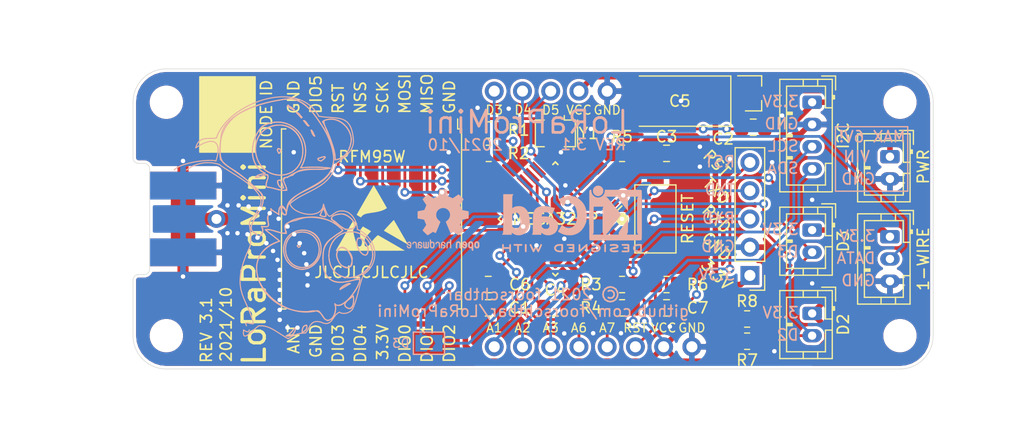
<source format=kicad_pcb>
(kicad_pcb (version 20171130) (host pcbnew "(5.1.10)-1")
  (title_block (title LoRaProMini) (date 2021-10-14) (rev 3.1) (company "(c) 2021 foorschtbar") (comment 1 https://github.com/foorschtbar/LoRaProMini))
  (layers (0 F.Cu signal) (31 B.Cu signal) (34 B.Paste user) (35 F.Paste user) (36 B.SilkS user) (37 F.SilkS user) (38 B.Mask user) (39 F.Mask user) (44 Edge.Cuts user))
  (net 0 "")
  (net 1 "Net-(AE1-Pad1)")
  (net 2 GND)
  (net 3 +3V3)
  (net 4 +BATT)
  (net 5 1-WIRE)
  (net 6 MCU_SDA)
  (net 7 MCU_SCL)
  (net 8 LORA_DIO1)
  (net 9 LORA_DIO0)
  (net 10 LORA_RST)
  (net 11 SPI_CS_LORA)
  (net 12 SPI_SCK)
  (net 13 SPI_MOSI)
  (net 14 SPI_MISO)
  (net 15 "Net-(U2-Pad12)")
  (net 16 "Net-(U2-Pad11)")
  (net 17 "Net-(U2-Pad7)")
  (net 18 /RESET)
  (net 19 XTAL2)
  (net 20 XTAL1)
  (net 21 /AREF)
  (net 22 MCU_D5)
  (net 23 MCU_D4)
  (net 24 MCU_D3)
  (net 25 MCU_A7)
  (net 26 MCU_A6)
  (net 27 MCU_A3)
  (net 28 MCU_A2)
  (net 29 MCU_A1)
  (net 30 MCU_A0_BAT)
  (net 31 MCU_RST)
  (net 32 MCU_TXD)
  (net 33 MCU_RXD)
  (net 34 MCU_D2_LORA_DIO2)
  (net 35 "Net-(JP1-Pad1)")
  (module foorschtbar:HOPERF_RFM9XW_SMD (layer F.Cu) (at 120.399 90.69 270)
    (fp_text reference U2 hide)
    (fp_text value RFM95W-868S2)
    (fp_text user ANT (at 10.795238 7 90) (layer F.SilkS))
    (fp_text user GND (at 10.985714 5 90) (layer F.SilkS))
    (fp_text user DIO3 (at 11.2 3 90) (layer F.SilkS))
    (fp_text user DIO4 (at 11.2 1 90) (layer F.SilkS))
    (fp_text user 3.3V (at 11.080952 -1 90) (layer F.SilkS))
    (fp_text user DIO0 (at 11.2 -3 90) (layer F.SilkS))
    (fp_text user DIO1 (at 11.2 -5 90) (layer F.SilkS))
    (fp_text user DIO2 (at 11.2 -7 90) (layer F.SilkS))
    (fp_text user GND (at -10.975 7 90) (layer F.SilkS))
    (fp_text user DIO5 (at -11.189285 5 90) (layer F.SilkS))
    (fp_text user RST (at -10.808333 3 90) (layer F.SilkS))
    (fp_text user NSS (at -10.927381 1 90) (layer F.SilkS))
    (fp_text user SCK (at -10.927381 -1 90) (layer F.SilkS))
    (fp_text user MOSI (at -11.260714 -3 90) (layer F.SilkS))
    (fp_text user MISO (at -11.260714 -5 90) (layer F.SilkS))
    (fp_text user GND (at -10.975 -7 90) (layer F.SilkS))
    (pad 16 smd rect (at 8 -7 270) (size 2 1) (layers F.Cu F.Paste F.Mask) (net 35 "Net-(JP1-Pad1)"))
    (pad 15 smd rect (at 8 -5 270) (size 2 1) (layers F.Cu F.Paste F.Mask) (net 8 LORA_DIO1))
    (pad 14 smd rect (at 8 -3 270) (size 2 1) (layers F.Cu F.Paste F.Mask) (net 9 LORA_DIO0))
    (pad 13 smd rect (at 8 -1 270) (size 2 1) (layers F.Cu F.Paste F.Mask) (net 3 +3V3))
    (pad 12 smd rect (at 8 1 270) (size 2 1) (layers F.Cu F.Paste F.Mask) (net 15 "Net-(U2-Pad12)"))
    (pad 11 smd rect (at 8 3 270) (size 2 1) (layers F.Cu F.Paste F.Mask) (net 16 "Net-(U2-Pad11)"))
    (pad 10 smd rect (at 8 5 270) (size 2 1) (layers F.Cu F.Paste F.Mask) (net 2 GND))
    (pad 9 smd rect (at 8 7 270) (size 2 1) (layers F.Cu F.Paste F.Mask) (net 1 "Net-(AE1-Pad1)"))
    (pad 8 smd rect (at -8 7 270) (size 2 1) (layers F.Cu F.Paste F.Mask) (net 2 GND))
    (pad 7 smd rect (at -8 5 270) (size 2 1) (layers F.Cu F.Paste F.Mask) (net 17 "Net-(U2-Pad7)"))
    (pad 6 smd rect (at -8 3 270) (size 2 1) (layers F.Cu F.Paste F.Mask) (net 10 LORA_RST))
    (pad 5 smd rect (at -8 1 270) (size 2 1) (layers F.Cu F.Paste F.Mask) (net 11 SPI_CS_LORA))
    (pad 4 smd rect (at -8 -1 270) (size 2 1) (layers F.Cu F.Paste F.Mask) (net 12 SPI_SCK))
    (pad 3 smd rect (at -8 -3 270) (size 2 1) (layers F.Cu F.Paste F.Mask) (net 13 SPI_MOSI))
    (pad 2 smd rect (at -8 -5 270) (size 2 1) (layers F.Cu F.Paste F.Mask) (net 14 SPI_MISO))
    (pad 1 smd rect (at -8 -7 270) (size 2 1) (layers F.Cu F.Paste F.Mask) (net 2 GND))
  )
  (module Jumper:SolderJumper-2_P1.3mm_Open_TrianglePad1.0x1.5mm (layer B.Cu) (at 125.565 101.87)
    (fp_text reference JP1 hide)
    (fp_text value SolderJumper_2_Open)
    (pad 1 smd custom (at -0.725 0) (size 0.3 0.3) (layers B.Cu B.Mask) (net 35 "Net-(JP1-Pad1)") (options (clearance outline) (anchor rect)) (primitives (gr_poly (pts (xy -0.5 0.75) (xy 0.5 0.75) (xy 1 0) (xy 0.5 -0.75) (xy -0.5 -0.75)) (width 0))))
    (pad 2 smd custom (at 0.725 0) (size 0.3 0.3) (layers B.Cu B.Mask) (net 34 MCU_D2_LORA_DIO2) (options (clearance outline) (anchor rect)) (primitives (gr_poly (pts (xy -0.65 0.75) (xy 0.5 0.75) (xy 0.5 -0.75) (xy -0.65 -0.75) (xy -0.15 0)) (width 0))))
  )
  (module Package_QFP:TQFP-32_7x7mm_P0.8mm (layer F.Cu) (at 136.94 90.69 225)
    (fp_text reference U4 hide)
    (fp_text value ATmega328P-AU)
    (pad 32 smd rect (at -2.8 -4.25 315) (size 1.6 0.55) (layers F.Cu F.Paste F.Mask) (net 34 MCU_D2_LORA_DIO2))
    (pad 31 smd rect (at -2 -4.25 315) (size 1.6 0.55) (layers F.Cu F.Paste F.Mask) (net 32 MCU_TXD))
    (pad 30 smd rect (at -1.2 -4.25 315) (size 1.6 0.55) (layers F.Cu F.Paste F.Mask) (net 33 MCU_RXD))
    (pad 29 smd rect (at -0.4 -4.25 315) (size 1.6 0.55) (layers F.Cu F.Paste F.Mask) (net 18 /RESET))
    (pad 28 smd rect (at 0.4 -4.25 315) (size 1.6 0.55) (layers F.Cu F.Paste F.Mask) (net 7 MCU_SCL))
    (pad 27 smd rect (at 1.2 -4.25 315) (size 1.6 0.55) (layers F.Cu F.Paste F.Mask) (net 6 MCU_SDA))
    (pad 26 smd rect (at 2 -4.25 315) (size 1.6 0.55) (layers F.Cu F.Paste F.Mask) (net 27 MCU_A3))
    (pad 25 smd rect (at 2.8 -4.25 315) (size 1.6 0.55) (layers F.Cu F.Paste F.Mask) (net 28 MCU_A2))
    (pad 24 smd rect (at 4.25 -2.8 225) (size 1.6 0.55) (layers F.Cu F.Paste F.Mask) (net 29 MCU_A1))
    (pad 23 smd rect (at 4.25 -2 225) (size 1.6 0.55) (layers F.Cu F.Paste F.Mask) (net 30 MCU_A0_BAT))
    (pad 22 smd rect (at 4.25 -1.2 225) (size 1.6 0.55) (layers F.Cu F.Paste F.Mask) (net 25 MCU_A7))
    (pad 21 smd rect (at 4.25 -0.4 225) (size 1.6 0.55) (layers F.Cu F.Paste F.Mask) (net 2 GND))
    (pad 20 smd rect (at 4.25 0.4 225) (size 1.6 0.55) (layers F.Cu F.Paste F.Mask) (net 21 /AREF))
    (pad 19 smd rect (at 4.25 1.2 225) (size 1.6 0.55) (layers F.Cu F.Paste F.Mask) (net 26 MCU_A6))
    (pad 18 smd rect (at 4.25 2 225) (size 1.6 0.55) (layers F.Cu F.Paste F.Mask) (net 3 +3V3))
    (pad 17 smd rect (at 4.25 2.8 225) (size 1.6 0.55) (layers F.Cu F.Paste F.Mask) (net 12 SPI_SCK))
    (pad 16 smd rect (at 2.8 4.25 315) (size 1.6 0.55) (layers F.Cu F.Paste F.Mask) (net 14 SPI_MISO))
    (pad 15 smd rect (at 2 4.25 315) (size 1.6 0.55) (layers F.Cu F.Paste F.Mask) (net 13 SPI_MOSI))
    (pad 14 smd rect (at 1.2 4.25 315) (size 1.6 0.55) (layers F.Cu F.Paste F.Mask) (net 11 SPI_CS_LORA))
    (pad 13 smd rect (at 0.4 4.25 315) (size 1.6 0.55) (layers F.Cu F.Paste F.Mask) (net 10 LORA_RST))
    (pad 12 smd rect (at -0.4 4.25 315) (size 1.6 0.55) (layers F.Cu F.Paste F.Mask) (net 9 LORA_DIO0))
    (pad 11 smd rect (at -1.2 4.25 315) (size 1.6 0.55) (layers F.Cu F.Paste F.Mask) (net 8 LORA_DIO1))
    (pad 10 smd rect (at -2 4.25 315) (size 1.6 0.55) (layers F.Cu F.Paste F.Mask) (net 5 1-WIRE))
    (pad 9 smd rect (at -2.8 4.25 315) (size 1.6 0.55) (layers F.Cu F.Paste F.Mask) (net 22 MCU_D5))
    (pad 8 smd rect (at -4.25 2.8 225) (size 1.6 0.55) (layers F.Cu F.Paste F.Mask) (net 19 XTAL2))
    (pad 7 smd rect (at -4.25 2 225) (size 1.6 0.55) (layers F.Cu F.Paste F.Mask) (net 20 XTAL1))
    (pad 6 smd rect (at -4.25 1.2 225) (size 1.6 0.55) (layers F.Cu F.Paste F.Mask) (net 3 +3V3))
    (pad 5 smd rect (at -4.25 0.4 225) (size 1.6 0.55) (layers F.Cu F.Paste F.Mask) (net 2 GND))
    (pad 4 smd rect (at -4.25 -0.4 225) (size 1.6 0.55) (layers F.Cu F.Paste F.Mask) (net 3 +3V3))
    (pad 3 smd rect (at -4.25 -1.2 225) (size 1.6 0.55) (layers F.Cu F.Paste F.Mask) (net 2 GND))
    (pad 2 smd rect (at -4.25 -2 225) (size 1.6 0.55) (layers F.Cu F.Paste F.Mask) (net 23 MCU_D4))
    (pad 1 smd rect (at -4.25 -2.8 225) (size 1.6 0.55) (layers F.Cu F.Paste F.Mask) (net 24 MCU_D3))
  )
  (module Connector_JST:JST_PH_B2B-PH-K_1x02_P2.00mm_Vertical (layer F.Cu) (at 167.04 85.09 270)
    (fp_text reference J1 hide)
    (fp_text value Conn_01x02)
    (pad 2 thru_hole oval (at 2 0 270) (size 1.2 1.75) (drill 0.75) (layers *.Cu *.Mask) (net 2 GND))
    (pad 1 thru_hole roundrect (at 0 0 270) (size 1.2 1.75) (drill 0.75) (layers *.Cu *.Mask) (roundrect_rratio 0.2083325) (net 4 +BATT))
  )
  (module Symbol:OSHW-Logo2_7.3x6mm_SilkScreen (layer B.Cu) (at 126.84 90.79 180)
    (fp_text reference REF** hide)
    (fp_text value OSHW-Logo2_7.3x6mm_SilkScreen hide)
  )
  (module Symbol:ESD-Logo_6.6x6mm_SilkScreen (layer F.Cu) (at 120.44 90.59)
    (fp_text reference REF** hide)
    (fp_text value ESD-Logo_6.6x6mm_SilkScreen hide)
  )
  (module Connector_JST:JST_PH_B2B-PH-K_1x02_P2.00mm_Vertical (layer F.Cu) (at 160.04 99.19 270)
    (fp_text reference J7 hide)
    (fp_text value Conn_01x02)
    (pad 1 thru_hole roundrect (at 0 0 270) (size 1.2 1.75) (drill 0.75) (layers *.Cu *.Mask) (roundrect_rratio 0.2083325) (net 3 +3V3))
    (pad 2 thru_hole oval (at 2 0 270) (size 1.2 1.75) (drill 0.75) (layers *.Cu *.Mask) (net 34 MCU_D2_LORA_DIO2))
  )
  (module foorschtbar:Holes_1x05_P2.54mm (layer F.Cu) (at 131.44 79.19 90)
    (fp_text reference J5 hide)
    (fp_text value Conn_01x05)
    (pad 5 thru_hole oval (at 0 10.16 90) (size 1.7 1.7) (drill 1) (layers *.Cu *.Mask) (net 2 GND))
    (pad 4 thru_hole oval (at 0 7.62 90) (size 1.7 1.7) (drill 1) (layers *.Cu *.Mask) (net 3 +3V3))
    (pad 3 thru_hole oval (at 0 5.08 90) (size 1.7 1.7) (drill 1) (layers *.Cu *.Mask) (net 22 MCU_D5))
    (pad 2 thru_hole oval (at 0 2.54 90) (size 1.7 1.7) (drill 1) (layers *.Cu *.Mask) (net 23 MCU_D4))
    (pad 1 thru_hole circle (at 0 0 90) (size 1.7 1.7) (drill 1) (layers *.Cu *.Mask) (net 24 MCU_D3))
  )
  (module foorschtbar:Holes_1x08_P2.54mm (layer F.Cu) (at 131.44 102.19 90)
    (fp_text reference J6 hide)
    (fp_text value Conn_01x08)
    (pad 8 thru_hole oval (at 0 17.78 90) (size 1.7 1.7) (drill 1) (layers *.Cu *.Mask) (net 2 GND))
    (pad 7 thru_hole oval (at 0 15.24 90) (size 1.7 1.7) (drill 1) (layers *.Cu *.Mask) (net 3 +3V3))
    (pad 6 thru_hole oval (at 0 12.7 90) (size 1.7 1.7) (drill 1) (layers *.Cu *.Mask) (net 31 MCU_RST))
    (pad 5 thru_hole oval (at 0 10.16 90) (size 1.7 1.7) (drill 1) (layers *.Cu *.Mask) (net 25 MCU_A7))
    (pad 4 thru_hole oval (at 0 7.62 90) (size 1.7 1.7) (drill 1) (layers *.Cu *.Mask) (net 26 MCU_A6))
    (pad 3 thru_hole oval (at 0 5.08 90) (size 1.7 1.7) (drill 1) (layers *.Cu *.Mask) (net 27 MCU_A3))
    (pad 2 thru_hole oval (at 0 2.54 90) (size 1.7 1.7) (drill 1) (layers *.Cu *.Mask) (net 28 MCU_A2))
    (pad 1 thru_hole circle (at 0 0 90) (size 1.7 1.7) (drill 1) (layers *.Cu *.Mask) (net 29 MCU_A1))
  )
  (module Resistor_SMD:R_0805_2012Metric_Pad1.20x1.40mm_HandSolder (layer F.Cu) (at 154.19 99.69 180)
    (fp_text reference R8 (at 0 1.6) (layer F.SilkS))
    (fp_text value 2M)
    (pad 2 smd roundrect (at 1 0 180) (size 1.2 1.4) (layers F.Cu F.Paste F.Mask) (roundrect_rratio 0.2083325) (net 2 GND))
    (pad 1 smd roundrect (at -1 0 180) (size 1.2 1.4) (layers F.Cu F.Paste F.Mask) (roundrect_rratio 0.2083325) (net 24 MCU_D3))
  )
  (module Resistor_SMD:R_0805_2012Metric_Pad1.20x1.40mm_HandSolder (layer F.Cu) (at 154.19 101.69 180)
    (fp_text reference R7 (at 0 -1.7) (layer F.SilkS))
    (fp_text value 2M)
    (pad 2 smd roundrect (at 1 0 180) (size 1.2 1.4) (layers F.Cu F.Paste F.Mask) (roundrect_rratio 0.2083325) (net 2 GND))
    (pad 1 smd roundrect (at -1 0 180) (size 1.2 1.4) (layers F.Cu F.Paste F.Mask) (roundrect_rratio 0.2083325) (net 34 MCU_D2_LORA_DIO2))
  )
  (module Connector_JST:JST_PH_B2B-PH-K_1x02_P2.00mm_Vertical (layer F.Cu) (at 160.04 91.69 270)
    (fp_text reference J8 hide)
    (fp_text value Conn_01x02)
    (pad 2 thru_hole oval (at 2 0 270) (size 1.2 1.75) (drill 0.75) (layers *.Cu *.Mask) (net 24 MCU_D3))
    (pad 1 thru_hole roundrect (at 0 0 270) (size 1.2 1.75) (drill 0.75) (layers *.Cu *.Mask) (roundrect_rratio 0.2083325) (net 3 +3V3))
  )
  (module Package_TO_SOT_SMD:SOT-23 (layer F.Cu) (at 154.74 79.39)
    (fp_text reference U1 hide)
    (fp_text value MCP1700-3302E_SOT23)
    (pad 3 smd rect (at 1 0) (size 0.9 0.8) (layers F.Cu F.Paste F.Mask) (net 4 +BATT))
    (pad 2 smd rect (at -1 0.95) (size 0.9 0.8) (layers F.Cu F.Paste F.Mask) (net 3 +3V3))
    (pad 1 smd rect (at -1 -0.95) (size 0.9 0.8) (layers F.Cu F.Paste F.Mask) (net 2 GND))
  )
  (module Crystal:Resonator_SMD_muRata_CSTxExxV-3Pin_3.0x1.1mm (layer F.Cu) (at 136.94 82.99 180)
    (fp_text reference Y1 (at -3 0) (layer F.SilkS))
    (fp_text value Resonator)
    (pad 3 smd rect (at 1.2 0 180) (size 0.4 1.9) (layers F.Cu F.Paste F.Mask) (net 19 XTAL2))
    (pad 2 smd rect (at 0 0 180) (size 0.4 1.9) (layers F.Cu F.Paste F.Mask) (net 2 GND))
    (pad 1 smd rect (at -1.2 0 180) (size 0.4 1.9) (layers F.Cu F.Paste F.Mask) (net 20 XTAL1))
  )
  (module Button_Switch_SMD:SW_SPST_CK_RS282G05A3 (layer F.Cu) (at 145.94 90.69 90)
    (fp_text reference SW1 hide)
    (fp_text value SW_Push)
    (pad 2 smd rect (at 3.9 0 90) (size 1.5 1.5) (layers F.Cu F.Paste F.Mask) (net 2 GND))
    (pad 1 smd rect (at -3.9 0 90) (size 1.5 1.5) (layers F.Cu F.Paste F.Mask) (net 18 /RESET))
  )
  (module Resistor_SMD:R_0805_2012Metric_Pad1.20x1.40mm_HandSolder (layer F.Cu) (at 146.94 96.59)
    (fp_text reference R6 (at 2.8 0) (layer F.SilkS))
    (fp_text value 10K)
    (pad 2 smd roundrect (at 1 0) (size 1.2 1.4) (layers F.Cu F.Paste F.Mask) (roundrect_rratio 0.2083325) (net 3 +3V3))
    (pad 1 smd roundrect (at -1 0) (size 1.2 1.4) (layers F.Cu F.Paste F.Mask) (roundrect_rratio 0.2083325) (net 18 /RESET))
  )
  (module Connector_PinHeader_2.54mm:PinHeader_1x05_P2.54mm_Vertical (layer F.Cu) (at 154.44 95.77 180)
    (fp_text reference J4 hide)
    (fp_text value Conn_01x05)
    (pad 5 thru_hole oval (at 0 10.16 180) (size 1.7 1.7) (drill 1) (layers *.Cu *.Mask) (net 31 MCU_RST))
    (pad 4 thru_hole oval (at 0 7.62 180) (size 1.7 1.7) (drill 1) (layers *.Cu *.Mask) (net 32 MCU_TXD))
    (pad 3 thru_hole oval (at 0 5.08 180) (size 1.7 1.7) (drill 1) (layers *.Cu *.Mask) (net 33 MCU_RXD))
    (pad 2 thru_hole oval (at 0 2.54 180) (size 1.7 1.7) (drill 1) (layers *.Cu *.Mask) (net 2 GND))
    (pad 1 thru_hole rect (at 0 0 180) (size 1.7 1.7) (drill 1) (layers *.Cu *.Mask) (net 3 +3V3))
  )
  (module Capacitor_SMD:C_0805_2012Metric_Pad1.18x1.45mm_HandSolder (layer F.Cu) (at 146.94 98.69 180)
    (fp_text reference C7 (at -2.8 0) (layer F.SilkS))
    (fp_text value 10uF)
    (pad 2 smd roundrect (at 1.0375 0 180) (size 1.175 1.45) (layers F.Cu F.Paste F.Mask) (roundrect_rratio 0.2127659574468085) (net 18 /RESET))
    (pad 1 smd roundrect (at -1.0375 0 180) (size 1.175 1.45) (layers F.Cu F.Paste F.Mask) (roundrect_rratio 0.2127659574468085) (net 31 MCU_RST))
  )
  (module Capacitor_SMD:C_0805_2012Metric_Pad1.18x1.45mm_HandSolder (layer F.Cu) (at 130.9025 96.59 180)
    (fp_text reference C6 (at -2.8375 0) (layer F.SilkS))
    (fp_text value 0.1uF)
    (pad 2 smd roundrect (at 1.0375 0 180) (size 1.175 1.45) (layers F.Cu F.Paste F.Mask) (roundrect_rratio 0.2127659574468085) (net 2 GND))
    (pad 1 smd roundrect (at -1.0375 0 180) (size 1.175 1.45) (layers F.Cu F.Paste F.Mask) (roundrect_rratio 0.2127659574468085) (net 21 /AREF))
  )
  (module foorschtbar:Antenna_SMA_uFL (layer F.Cu) (at 103.44 90.692 90)
    (fp_text reference AE1 hide)
    (fp_text value Antenna_Shield)
    (pad 1 thru_hole circle (at 0.002 3.009 90) (size 1.6 1.6) (drill 0.9) (layers *.Cu *.Mask) (net 1 "Net-(AE1-Pad1)"))
    (pad 2 smd rect (at -3 0 90) (size 2.5 6) (layers F.Cu F.Paste F.Mask) (net 2 GND))
    (pad 2 smd rect (at 3 0 90) (size 2.5 6) (layers F.Cu F.Paste F.Mask) (net 2 GND))
    (pad 1 smd rect (at 0.002 1.209 90) (size 1 4.7) (layers F.Cu F.Paste F.Mask Eco1.User) (net 1 "Net-(AE1-Pad1)"))
    (pad 2 smd rect (at 1.6 0 90) (size 1.05 2.2) (layers F.Cu F.Paste F.Mask) (net 2 GND))
    (pad 2 smd rect (at -1.6 0 90) (size 1.05 2.2) (layers F.Cu F.Paste F.Mask) (net 2 GND))
    (pad 2 smd rect (at -3 0 90) (size 2.5 6) (layers B.Cu B.Paste B.Mask) (net 2 GND))
    (pad 2 smd rect (at 3 0 90) (size 2.5 6) (layers B.Cu B.Paste B.Mask) (net 2 GND))
  )
  (module MountingHole:MountingHole_2.5mm (layer F.Cu) (at 167.94 101.19)
    (fp_text reference REF** hide)
    (fp_text value MountingHole_2.5mm)
    (pad 1 np_thru_hole circle (at 0 0) (size 2.5 2.5) (drill 2.5) (layers *.Cu *.Mask))
  )
  (module MountingHole:MountingHole_2.5mm (layer F.Cu) (at 101.94 101.19)
    (fp_text reference REF** hide)
    (fp_text value MountingHole_2.5mm)
    (pad 1 np_thru_hole circle (at 0 0) (size 2.5 2.5) (drill 2.5) (layers *.Cu *.Mask))
  )
  (module MountingHole:MountingHole_2.5mm (layer F.Cu) (at 101.94 80.19)
    (fp_text reference REF** hide)
    (fp_text value MountingHole_2.5mm)
    (pad 1 np_thru_hole circle (at 0 0) (size 2.5 2.5) (drill 2.5) (layers *.Cu *.Mask))
  )
  (module MountingHole:MountingHole_2.5mm (layer F.Cu) (at 167.94 80.19)
    (fp_text reference REF** hide)
    (fp_text value MountingHole_2.5mm)
    (pad 1 np_thru_hole circle (at 0 0) (size 2.5 2.5) (drill 2.5) (layers *.Cu *.Mask))
  )
  (module Capacitor_SMD:C_0805_2012Metric_Pad1.18x1.45mm_HandSolder (layer F.Cu) (at 130.9025 98.69)
    (fp_text reference C1 (at 2.8375 0) (layer F.SilkS))
    (fp_text value 10uF)
    (pad 2 smd roundrect (at 1.0375 0) (size 1.175 1.45) (layers F.Cu F.Paste F.Mask) (roundrect_rratio 0.2127659574468085) (net 2 GND))
    (pad 1 smd roundrect (at -1.0375 0) (size 1.175 1.45) (layers F.Cu F.Paste F.Mask) (roundrect_rratio 0.2127659574468085) (net 3 +3V3))
  )
  (module Symbol:KiCad-Logo2_5mm_SilkScreen (layer B.Cu) (at 138.440617 90.67729 180)
    (fp_text reference REF** hide)
    (fp_text value KiCad-Logo2_5mm_SilkScreen hide)
  )
  (module Capacitor_SMD:C_0805_2012Metric_Pad1.18x1.45mm_HandSolder (layer F.Cu) (at 154.74 82.44)
    (fp_text reference C2 (at -2.7 1.05) (layer F.SilkS))
    (fp_text value 1uF)
    (pad 2 smd roundrect (at 1.0375 0) (size 1.175 1.45) (layers F.Cu F.Paste F.Mask) (roundrect_rratio 0.2127659574468085) (net 2 GND))
    (pad 1 smd roundrect (at -1.0375 0) (size 1.175 1.45) (layers F.Cu F.Paste F.Mask) (roundrect_rratio 0.2127659574468085) (net 4 +BATT))
  )
  (module Capacitor_Tantalum_SMD:CP_EIA-7343-43_Kemet-X_Pad2.25x2.55mm_HandSolder (layer F.Cu) (at 148.14 80.09 180)
    (fp_text reference C5 (at 0 0) (layer F.SilkS))
    (fp_text value 1000uF)
    (pad 2 smd roundrect (at 3.2 0 180) (size 2.25 2.55) (layers F.Cu F.Paste F.Mask) (roundrect_rratio 0.1111106666666667) (net 2 GND))
    (pad 1 smd roundrect (at -3.2 0 180) (size 2.25 2.55) (layers F.Cu F.Paste F.Mask) (roundrect_rratio 0.1111106666666667) (net 3 +3V3))
  )
  (module Resistor_SMD:R_0805_2012Metric_Pad1.20x1.40mm_HandSolder (layer F.Cu) (at 142.94 84.79)
    (fp_text reference R5 (at 0 -1.5) (layer F.SilkS))
    (fp_text value 4,7K)
    (pad 2 smd roundrect (at 1 0) (size 1.2 1.4) (layers F.Cu F.Paste F.Mask) (roundrect_rratio 0.2083325) (net 3 +3V3))
    (pad 1 smd roundrect (at -1 0) (size 1.2 1.4) (layers F.Cu F.Paste F.Mask) (roundrect_rratio 0.2083325) (net 5 1-WIRE))
  )
  (module Resistor_SMD:R_0805_2012Metric_Pad1.20x1.40mm_HandSolder (layer F.Cu) (at 142.94 98.69)
    (fp_text reference R4 (at -2.8 0) (layer F.SilkS))
    (fp_text value 4,7K)
    (pad 2 smd roundrect (at 1 0) (size 1.2 1.4) (layers F.Cu F.Paste F.Mask) (roundrect_rratio 0.2083325) (net 6 MCU_SDA))
    (pad 1 smd roundrect (at -1 0) (size 1.2 1.4) (layers F.Cu F.Paste F.Mask) (roundrect_rratio 0.2083325) (net 3 +3V3))
  )
  (module Resistor_SMD:R_0805_2012Metric_Pad1.20x1.40mm_HandSolder (layer F.Cu) (at 142.94 96.59 180)
    (fp_text reference R3 (at 2.8 0) (layer F.SilkS))
    (fp_text value 4,7K)
    (pad 2 smd roundrect (at 1 0 180) (size 1.2 1.4) (layers F.Cu F.Paste F.Mask) (roundrect_rratio 0.2083325) (net 3 +3V3))
    (pad 1 smd roundrect (at -1 0 180) (size 1.2 1.4) (layers F.Cu F.Paste F.Mask) (roundrect_rratio 0.2083325) (net 7 MCU_SCL))
  )
  (module Resistor_SMD:R_0805_2012Metric_Pad1.20x1.40mm_HandSolder (layer F.Cu) (at 130.94 84.79)
    (fp_text reference R2 (at 2.7 0) (layer F.SilkS))
    (fp_text value 2.7M)
    (pad 2 smd roundrect (at 1 0) (size 1.2 1.4) (layers F.Cu F.Paste F.Mask) (roundrect_rratio 0.2083325) (net 30 MCU_A0_BAT))
    (pad 1 smd roundrect (at -1 0) (size 1.2 1.4) (layers F.Cu F.Paste F.Mask) (roundrect_rratio 0.208) (net 2 GND))
  )
  (module Resistor_SMD:R_0805_2012Metric_Pad1.20x1.40mm_HandSolder (layer F.Cu) (at 130.94 82.69 180)
    (fp_text reference R1 (at -2.7 0) (layer F.SilkS))
    (fp_text value 10M)
    (pad 2 smd roundrect (at 1 0 180) (size 1.2 1.4) (layers F.Cu F.Paste F.Mask) (roundrect_rratio 0.2083325) (net 4 +BATT))
    (pad 1 smd roundrect (at -1 0 180) (size 1.2 1.4) (layers F.Cu F.Paste F.Mask) (roundrect_rratio 0.2083325) (net 30 MCU_A0_BAT))
  )
  (module Capacitor_SMD:C_0805_2012Metric_Pad1.18x1.45mm_HandSolder (layer F.Cu) (at 136.94 98.69 180)
    (fp_text reference C4 (at 0 1.6) (layer F.SilkS))
    (fp_text value 100nF)
    (pad 2 smd roundrect (at 1.0375 0 180) (size 1.175 1.45) (layers F.Cu F.Paste F.Mask) (roundrect_rratio 0.2127659574468085) (net 30 MCU_A0_BAT))
    (pad 1 smd roundrect (at -1.0375 0 180) (size 1.175 1.45) (layers F.Cu F.Paste F.Mask) (roundrect_rratio 0.2127659574468085) (net 2 GND))
  )
  (module Connector_JST:JST_PH_B4B-PH-K_1x04_P2.00mm_Vertical (layer F.Cu) (at 160.04 80.19 270)
    (fp_text reference J3 hide)
    (fp_text value Conn_01x04)
    (pad 4 thru_hole oval (at 6 0 270) (size 1.2 1.75) (drill 0.75) (layers *.Cu *.Mask) (net 6 MCU_SDA))
    (pad 3 thru_hole oval (at 4 0 270) (size 1.2 1.75) (drill 0.75) (layers *.Cu *.Mask) (net 7 MCU_SCL))
    (pad 2 thru_hole oval (at 2 0 270) (size 1.2 1.75) (drill 0.75) (layers *.Cu *.Mask) (net 2 GND))
    (pad 1 thru_hole roundrect (at 0 0 270) (size 1.2 1.75) (drill 0.75) (layers *.Cu *.Mask) (roundrect_rratio 0.2083325) (net 3 +3V3))
  )
  (module Connector_JST:JST_PH_B3B-PH-K_1x03_P2.00mm_Vertical (layer F.Cu) (at 167.04 92.29 270)
    (fp_text reference J2 hide)
    (fp_text value Conn_01x03)
    (pad 3 thru_hole oval (at 4 0 270) (size 1.2 1.75) (drill 0.75) (layers *.Cu *.Mask) (net 2 GND))
    (pad 2 thru_hole oval (at 2 0 270) (size 1.2 1.75) (drill 0.75) (layers *.Cu *.Mask) (net 5 1-WIRE))
    (pad 1 thru_hole roundrect (at 0 0 270) (size 1.2 1.75) (drill 0.75) (layers *.Cu *.Mask) (roundrect_rratio 0.2083325) (net 3 +3V3))
  )
  (module Capacitor_SMD:C_0805_2012Metric_Pad1.18x1.45mm_HandSolder (layer F.Cu) (at 146.94 84.79 180)
    (fp_text reference C3 (at 0 1.5) (layer F.SilkS))
    (fp_text value 1uF)
    (pad 2 smd roundrect (at 1.0375 0 180) (size 1.175 1.45) (layers F.Cu F.Paste F.Mask) (roundrect_rratio 0.2127659574468085) (net 2 GND))
    (pad 1 smd roundrect (at -1.0375 0 180) (size 1.175 1.45) (layers F.Cu F.Paste F.Mask) (roundrect_rratio 0.2127659574468085) (net 3 +3V3))
  )
  (gr_text 2021/10 (at 107.31125 96.69 90) (layer F.SilkS) (effects (font (size 1 1)) (justify right)))
  (gr_text "REV 3.1" (at 105.54 100.69 90) (layer F.SilkS) (effects (font (size 1 1))))
  (gr_text "NODE ID" (at 110.94 81.290001 90) (layer F.SilkS) (effects (font (size 1 1))))
  (gr_poly (pts (xy 109.94 84.69) (xy 104.94 84.69) (xy 104.94 77.89) (xy 109.94 77.89)) (layer F.SilkS) (width 0.1))
  (gr_text D3 (at 123.04 101.87) (layer B.SilkS) (effects (font (size 0.8 0.8) (thickness 0.12)) (justify mirror)))
  (gr_line (start 162.14 82.39) (end 168.64 82.39) (layer B.SilkS) (width 0.12))
  (gr_line (start 162.14 88.19) (end 162.14 82.39) (layer B.SilkS) (width 0.12))
  (gr_line (start 168.64 88.19) (end 162.14 88.19) (layer B.SilkS) (width 0.12))
  (gr_line (start 168.64 82.39) (end 168.64 88.19) (layer B.SilkS) (width 0.12))
  (gr_text "MAX 6V!" (at 165.44 83.29) (layer B.SilkS) (effects (font (size 1 1)) (justify mirror)))
  (gr_text MEGA328P (at 136.94 90.69) (layer F.SilkS) (effects (font (size 1 1))))
  (gr_curve (pts (xy 102.64 86.29) (xy 103.24 85.59) (xy 105.84 85.29) (xy 106.403682 85.474466)) (layer B.SilkS) (width 0.097999))
  (gr_text GND (at 149.22 100.49) (layer F.SilkS) (effects (font (size 0.8 0.8) (thickness 0.12))))
  (gr_text VCC (at 146.68 100.49) (layer F.SilkS) (effects (font (size 0.8 0.8) (thickness 0.12))))
  (gr_text RST (at 144.14 100.49) (layer F.SilkS) (effects (font (size 0.8 0.8) (thickness 0.12))))
  (gr_text A7 (at 141.6 100.49) (layer F.SilkS) (effects (font (size 0.8 0.8) (thickness 0.12))))
  (gr_text A6 (at 139.06 100.49) (layer F.SilkS) (effects (font (size 0.8 0.8) (thickness 0.12))))
  (gr_text A3 (at 136.52 100.49) (layer F.SilkS) (effects (font (size 0.8 0.8) (thickness 0.12))))
  (gr_text A2 (at 133.98 100.49) (layer F.SilkS) (effects (font (size 0.8 0.8) (thickness 0.12))))
  (gr_text A1 (at 131.44 100.49) (layer F.SilkS) (effects (font (size 0.8 0.8) (thickness 0.12))))
  (gr_text GND (at 141.6 80.89) (layer F.SilkS) (effects (font (size 0.8 0.8) (thickness 0.12))))
  (gr_text VCC (at 139.06 80.89) (layer F.SilkS) (effects (font (size 0.8 0.8) (thickness 0.12))))
  (gr_text D5 (at 136.52 80.89) (layer F.SilkS) (effects (font (size 0.8 0.8) (thickness 0.12))))
  (gr_text D4 (at 134.04 80.89) (layer F.SilkS) (effects (font (size 0.8 0.8) (thickness 0.12))))
  (gr_text D3 (at 131.44 80.89) (layer F.SilkS) (effects (font (size 0.8 0.8) (thickness 0.12))))
  (gr_text D3 (at 157.84 93.6225) (layer B.SilkS) (effects (font (size 1 1)) (justify mirror)))
  (gr_text D2 (at 157.84 101.1225) (layer B.SilkS) (effects (font (size 1 1)) (justify mirror)))
  (gr_text 3.3V (at 157.197143 99.1225) (layer B.SilkS) (effects (font (size 1 1)) (justify mirror)))
  (gr_text 3.3V (at 157.197143 91.6225) (layer B.SilkS) (effects (font (size 1 1)) (justify mirror)))
  (gr_text RST (at 151.74 85.5425) (layer B.SilkS) (effects (font (size 1 1)) (justify mirror)))
  (gr_circle (center 142.94 90.69) (end 143.24 90.69) (layer F.SilkS) (width 0.5))
  (gr_text RESET (at 148.84 90.69 90) (layer F.SilkS) (effects (font (size 1 1))))
  (gr_text D2 (at 162.84 100.190001 90) (layer F.SilkS) (effects (font (size 1 1))))
  (gr_text D3 (at 162.84 92.690001 90) (layer F.SilkS) (effects (font (size 1 1))))
  (gr_text I2C (at 162.84 83.190001 90) (layer F.SilkS) (effects (font (size 1 1))))
  (gr_text 1-WIRE (at 170.04 94.29 90) (layer F.SilkS) (effects (font (size 1 1))))
  (gr_text RST (at 151.44 85.69 -45) (layer F.SilkS) (effects (font (size 1 1))))
  (gr_text RXD (at 151.620952 90.6225) (layer B.SilkS) (effects (font (size 1 1)) (justify mirror)))
  (gr_text TXD (at 151.74 88.0825) (layer B.SilkS) (effects (font (size 1 1)) (justify mirror)))
  (gr_text GND (at 151.573333 93.1625) (layer B.SilkS) (effects (font (size 1 1)) (justify mirror)))
  (gr_text 3.3V (at 151.478095 95.7025) (layer B.SilkS) (effects (font (size 1 1)) (justify mirror)))
  (gr_text TXD (at 151.44 88.19 -45) (layer F.SilkS) (effects (font (size 1 1))))
  (gr_text RXD (at 151.44 90.69 -45) (layer F.SilkS) (effects (font (size 1 1))))
  (gr_text GND (at 151.44 93.19 -45) (layer F.SilkS) (effects (font (size 1 1))))
  (gr_text 3.3V (at 151.44 95.69 315) (layer F.SilkS) (effects (font (size 1 1))))
  (gr_text RFM95W (at 120.44 85.09) (layer F.SilkS) (effects (font (size 1 1))))
  (gr_text PWR (at 170.04 85.99 90) (layer F.SilkS) (effects (font (size 1 1))))
  (gr_text JLCJLCJLCJLC (at 120.399 95.49) (layer F.SilkS) (effects (font (size 1 1))))
  (gr_arc (start 101.94 80.19) (end 101.94 77.19) (angle -90) (layer Edge.Cuts) (width 0.05))
  (gr_arc (start 101.94 101.188) (end 98.94 101.188) (angle -90) (layer Edge.Cuts) (width 0.05))
  (gr_arc (start 167.93 101.19) (end 167.93 104.19) (angle -90) (layer Edge.Cuts) (width 0.05))
  (gr_arc (start 167.93 80.19) (end 170.93 80.19) (angle -90) (layer Edge.Cuts) (width 0.05))
  (gr_text LoRaProMini (at 134.34 81.99) (layer B.SilkS) (effects (font (size 2 2) (thickness 0.25)) (justify mirror)))
  (gr_text 2021/10 (at 125.34 84.025333) (layer B.SilkS) (effects (font (size 1 1)) (justify right mirror)))
  (gr_text "REV 3.1" (at 140.34 83.99) (layer B.SilkS) (effects (font (size 1 1)) (justify mirror)))
  (gr_text "© 2021 foorschtbar" (at 134.935 97.49) (layer B.SilkS) (effects (font (size 1 1)) (justify mirror)))
  (gr_text github.com/foorschtbar/LoRaProMini (at 134.935 98.99) (layer B.SilkS) (effects (font (size 1 1)) (justify mirror)))
  (gr_curve (pts (xy 120.511559 93.875795) (xy 120.258526 90.991719) (xy 116.588732 91.328255) (xy 116.562331 93.990233)) (layer B.SilkS) (width 0.097999))
  (gr_curve (pts (xy 110.026503 92.021245) (xy 110.23032 92.839166) (xy 110.87533 91.600132) (xy 110.497705 91.366658)) (layer B.SilkS) (width 0.097999))
  (gr_curve (pts (xy 115.660611 81.44818) (xy 117.279416 81.756219) (xy 118.626396 81.108256) (xy 118.776752 83.698872)) (layer B.SilkS) (width 0.097999))
  (gr_curve (pts (xy 118.58159 83.533513) (xy 118.493463 82.195809) (xy 117.070513 81.25053) (xy 115.988286 81.936599)) (layer B.SilkS) (width 0.097999))
  (gr_curve (pts (xy 116.19989 99.695879) (xy 116.924769 100.195046) (xy 117.340445 98.786608) (xy 117.102273 98.330599)) (layer B.SilkS) (width 0.097999))
  (gr_curve (pts (xy 104.587998 84.285446) (xy 104.892453 83.108695) (xy 105.813975 83.578838) (xy 106.45482 83.39234)) (layer B.SilkS) (width 0.097999))
  (gr_curve (pts (xy 114.712006 99.019664) (xy 115.779322 98.773635) (xy 115.883329 99.270141) (xy 116.19989 99.695879)) (layer B.SilkS) (width 0.097999))
  (gr_curve (pts (xy 116.078115 89.369053) (xy 116.728244 91.408881) (xy 116.643286 89.895476) (xy 117.805287 89.966736)) (layer B.SilkS) (width 0.097999))
  (gr_curve (pts (xy 108.891066 100.677675) (xy 109.218061 100.910433) (xy 109.333047 100.886854) (xy 109.401195 100.674951)) (layer B.SilkS) (width 0.097999))
  (gr_curve (pts (xy 118.776752 83.698872) (xy 118.737845 84.798607) (xy 117.713995 85.237645) (xy 117.158191 85.783612)) (layer B.SilkS) (width 0.097999))
  (gr_curve (pts (xy 106.45482 83.39234) (xy 107.331857 80.474411) (xy 113.65623 77.849898) (xy 115.660611 81.44818)) (layer B.SilkS) (width 0.097999))
  (gr_curve (pts (xy 115.833442 99.967565) (xy 114.864886 99.705192) (xy 114.897542 100.487304) (xy 114.455515 100.950097)) (layer B.SilkS) (width 0.097999))
  (gr_curve (pts (xy 117.135268 85.366981) (xy 118.01037 85.255979) (xy 118.531995 84.431754) (xy 118.58159 83.533513)) (layer B.SilkS) (width 0.097999))
  (gr_curve (pts (xy 115.988286 81.936599) (xy 116.64994 83.033117) (xy 117.010126 84.287043) (xy 117.135268 85.366981)) (layer B.SilkS) (width 0.097999))
  (gr_curve (pts (xy 112.660952 89.893765) (xy 112.701938 89.915542) (xy 112.742925 89.937319) (xy 112.783911 89.959096)) (layer B.SilkS) (width 0.097999))
  (gr_curve (pts (xy 112.783911 89.959096) (xy 112.575199 87.428092) (xy 119.093182 88.533031) (xy 116.294402 82.885079)) (layer B.SilkS) (width 0.097999))
  (gr_curve (pts (xy 106.697022 85.778866) (xy 105.072318 85.291361) (xy 104.04 86.09) (xy 103.74 86.29)) (layer B.SilkS) (width 0.097999))
  (gr_curve (pts (xy 111.345489 89.770903) (xy 111.62134 90.093034) (xy 111.862637 90.113311) (xy 112.075756 90.312323)) (layer B.SilkS) (width 0.097999))
  (gr_curve (pts (xy 114.455515 100.950097) (xy 113.72004 100.962173) (xy 113.40299 101.15027) (xy 112.897296 101.461933)) (layer B.SilkS) (width 0.097999))
  (gr_curve (pts (xy 117.509136 99.082108) (xy 116.84374 99.351374) (xy 116.899376 100.484558) (xy 115.833442 99.967565)) (layer B.SilkS) (width 0.097999))
  (gr_curve (pts (xy 111.079972 90.924818) (xy 110.89302 90.147676) (xy 111.448009 90.302288) (xy 111.345489 89.770903)) (layer B.SilkS) (width 0.097999))
  (gr_curve (pts (xy 109.468324 93.156755) (xy 109.638368 92.260642) (xy 109.491883 91.854118) (xy 109.418096 91.264654)) (layer B.SilkS) (width 0.097999))
  (gr_curve (pts (xy 116.562331 93.990233) (xy 116.595811 96.802502) (xy 120.468781 96.473925) (xy 120.511559 93.875795)) (layer B.SilkS) (width 0.097999))
  (gr_curve (pts (xy 112.743689 91.863074) (xy 112.404473 92.247702) (xy 111.190189 91.431771) (xy 110.851517 91.669424)) (layer B.SilkS) (width 0.097999))
  (gr_curve (pts (xy 112.897296 101.461933) (xy 111.974906 100.978207) (xy 111.237508 100.194413) (xy 110.230917 100.311057)) (layer B.SilkS) (width 0.097999))
  (gr_curve (pts (xy 113.06709 89.312147) (xy 113.266639 90.248183) (xy 115.928807 90.878483) (xy 116.078115 89.369053)) (layer B.SilkS) (width 0.097999))
  (gr_curve (pts (xy 117.158191 85.783612) (xy 116.726312 87.938309) (xy 114.348433 88.129337) (xy 113.06709 89.312147)) (layer B.SilkS) (width 0.097999))
  (gr_curve (pts (xy 110.182288 89.803193) (xy 111.513265 88.269652) (xy 107.620529 86.555361) (xy 106.697022 85.778866)) (layer B.SilkS) (width 0.097999))
  (gr_curve (pts (xy 116.294402 82.885079) (xy 115.553177 81.584046) (xy 114.505712 80.026421) (xy 113.099496 79.87003)) (layer B.SilkS) (width 0.097999))
  (gr_curve (pts (xy 118.684481 98.824359) (xy 118.356866 99.215814) (xy 117.834199 99.277697) (xy 117.509136 99.082108)) (layer B.SilkS) (width 0.097999))
  (gr_curve (pts (xy 113.627304 90.808537) (xy 112.681441 91.016854) (xy 112.375397 91.183201) (xy 112.743689 91.863074)) (layer B.SilkS) (width 0.097999))
  (gr_curve (pts (xy 110.497705 91.366658) (xy 111.135997 91.471722) (xy 111.245614 91.336087) (xy 111.079972 90.924818)) (layer B.SilkS) (width 0.097999))
  (gr_curve (pts (xy 106.403682 85.474466) (xy 107.034091 83.506864) (xy 106.02829 83.302083) (xy 104.587998 84.285446)) (layer B.SilkS) (width 0.097999))
  (gr_curve (pts (xy 112.299234 89.618854) (xy 112.208513 90.608079) (xy 113.020251 90.424093) (xy 112.660952 89.893765)) (layer B.SilkS) (width 0.097999))
  (gr_curve (pts (xy 112.075756 90.312323) (xy 111.910487 89.320659) (xy 112.556671 89.474335) (xy 112.670334 89.903321)) (layer B.SilkS) (width 0.097999))
  (gr_curve (pts (xy 117.102273 98.330599) (xy 117.761863 99.07565) (xy 119.36105 96.76023) (xy 119.345261 96.123064)) (layer B.SilkS) (width 0.097999))
  (gr_curve (pts (xy 112.130697 92.689369) (xy 108.230381 93.790318) (xy 110.285849 99.217705) (xy 114.712006 99.019664)) (layer B.SilkS) (width 0.097999))
  (gr_curve (pts (xy 112.670334 89.903321) (xy 112.435361 89.637297) (xy 112.458365 89.698437) (xy 112.299234 89.618854)) (layer B.SilkS) (width 0.097999))
  (gr_curve (pts (xy 109.570479 87.568772) (xy 112.49679 89.43324) (xy 108.224452 91.1867) (xy 110.026503 92.021245)) (layer B.SilkS) (width 0.097999))
  (gr_curve (pts (xy 116.125266 95.303127) (xy 115.741462 93.079285) (xy 116.398614 92.647553) (xy 117.824009 91.719932)) (layer B.SilkS) (width 0.097999))
  (gr_curve (pts (xy 119.345261 96.123064) (xy 118.113529 96.200076) (xy 116.835982 97.04171) (xy 116.125266 95.303127)) (layer B.SilkS) (width 0.097999))
  (gr_curve (pts (xy 119.670807 95.68884) (xy 119.208223 96.88509) (xy 119.174477 97.764722) (xy 118.684481 98.824359)) (layer B.SilkS) (width 0.097999))
  (gr_curve (pts (xy 110.230917 100.311057) (xy 109.535648 100.839202) (xy 108.732302 101.859478) (xy 108.891066 100.677675)) (layer B.SilkS) (width 0.097999))
  (gr_curve (pts (xy 109.771979 100.105685) (xy 109.217417 97.661408) (xy 107.552507 97.143361) (xy 109.468324 93.156755)) (layer B.SilkS) (width 0.097999))
  (gr_curve (pts (xy 118.236466 98.687287) (xy 118.837224 99.088477) (xy 118.831482 97.723589) (xy 118.737437 97.608913)) (layer B.SilkS) (width 0.097999))
  (gr_curve (pts (xy 110.851517 91.669424) (xy 111.373251 92.089427) (xy 111.786731 92.375657) (xy 112.130697 92.689369)) (layer B.SilkS) (width 0.097999))
  (gr_curve (pts (xy 106.847489 83.497958) (xy 106.519688 86.471371) (xy 107.362564 85.313499) (xy 109.570479 87.568772)) (layer B.SilkS) (width 0.097999))
  (gr_curve (pts (xy 109.418096 91.264654) (xy 109.324966 90.648058) (xy 110.067317 90.399303) (xy 110.182288 89.803193)) (layer B.SilkS) (width 0.097999))
  (gr_curve (pts (xy 109.150208 100.297218) (xy 108.849048 99.791622) (xy 109.656798 100.221617) (xy 109.771979 100.105685)) (layer B.SilkS) (width 0.097999))
  (gr_curve (pts (xy 117.824009 91.719932) (xy 116.696029 90.545048) (xy 115.142048 90.202385) (xy 113.627304 90.808537)) (layer B.SilkS) (width 0.097999))
  (gr_curve (pts (xy 113.099496 79.87003) (xy 111.426747 79.967016) (xy 106.79745 81.03483) (xy 106.847489 83.497958)) (layer B.SilkS) (width 0.097999))
  (gr_curve (pts (xy 119.129701 91.626533) (xy 120.915756 92.393681) (xy 121.273442 94.642763) (xy 119.670807 95.68884)) (layer B.SilkS) (width 0.097999))
  (gr_curve (pts (xy 117.805287 89.966736) (xy 118.653086 90.014333) (xy 119.089064 90.915959) (xy 119.129701 91.626533)) (layer B.SilkS) (width 0.097999))
  (gr_curve (pts (xy 117.602103 90.247416) (xy 115.836698 90.458933) (xy 117.530346 91.21857) (xy 118.038223 91.633906)) (layer B.SilkS) (width 0.097999))
  (gr_curve (pts (xy 118.038223 91.633906) (xy 119.760558 91.749025) (xy 118.542375 90.204511) (xy 117.602103 90.247416)) (layer B.SilkS) (width 0.097999))
  (gr_curve (pts (xy 110.821199 86.582741) (xy 110.309566 86.735198) (xy 110.092179 86.730464) (xy 109.964266 86.940827)) (layer B.SilkS) (width 0.097999))
  (gr_curve (pts (xy 111.075176 87.8424) (xy 111.814337 87.925938) (xy 112.292059 88.201669) (xy 112.775844 88.106119)) (layer B.SilkS) (width 0.097999))
  (gr_curve (pts (xy 114.024624 86.090207) (xy 115.476393 83.660083) (xy 113.091528 81.043449) (xy 110.702813 82.292705)) (layer B.SilkS) (width 0.097999))
  (gr_curve (pts (xy 112.783911 89.959096) (xy 112.742925 89.937319) (xy 112.701938 89.915542) (xy 112.660952 89.893765)) (layer B.SilkS) (width 0.097999))
  (gr_curve (pts (xy 111.082901 90.489982) (xy 111.086351 91.533982) (xy 111.322111 91.386817) (xy 110.497705 91.366658)) (layer B.SilkS) (width 0.097999))
  (gr_curve (pts (xy 110.023432 88.031588) (xy 109.216453 86.918644) (xy 107.529872 86.21363) (xy 106.80201 85.322971)) (layer B.SilkS) (width 0.097999))
  (gr_curve (pts (xy 110.026503 92.021245) (xy 108.335477 91.395617) (xy 112.110187 89.080689) (xy 110.023432 88.031588)) (layer B.SilkS) (width 0.097999))
  (gr_curve (pts (xy 116.086938 89.700453) (xy 115.800378 90.224695) (xy 115.879511 90.144465) (xy 115.767824 90.367295)) (layer B.SilkS) (width 0.097999))
  (gr_curve (pts (xy 112.775844 88.106119) (xy 112.731786 87.49899) (xy 112.033421 86.902193) (xy 112.845963 86.953844)) (layer B.SilkS) (width 0.097999))
  (gr_curve (pts (xy 116.150294 82.617973) (xy 119.187359 88.286508) (xy 113.033378 87.239075) (xy 112.783911 89.959096)) (layer B.SilkS) (width 0.097999))
  (gr_curve (pts (xy 111.345489 89.770902) (xy 111.400193 90.378805) (xy 111.14158 90.156311) (xy 111.082901 90.489982)) (layer B.SilkS) (width 0.097999))
  (gr_curve (pts (xy 112.727186 101.209319) (xy 113.309083 101.372835) (xy 113.591103 100.704114) (xy 113.58001 100.454113)) (layer B.SilkS) (width 0.097999))
  (gr_curve (pts (xy 116.172001 85.07567) (xy 115.448335 85.220903) (xy 115.454373 85.382268) (xy 115.860355 85.479499)) (layer B.SilkS) (width 0.097999))
  (gr_curve (pts (xy 112.879291 80.46355) (xy 112.86189 80.490391) (xy 112.844488 80.517232) (xy 112.827087 80.544073)) (layer B.SilkS) (width 0.097999))
  (gr_curve (pts (xy 113.43159 80.919192) (xy 113.313478 80.598123) (xy 112.936633 80.579086) (xy 112.879291 80.46355)) (layer B.SilkS) (width 0.097999))
  (gr_curve (pts (xy 109.964266 86.940827) (xy 110.559216 86.994386) (xy 110.718891 86.609403) (xy 111.054232 86.724659)) (layer B.SilkS) (width 0.097999))
  (gr_curve (pts (xy 106.80201 85.322971) (xy 106.319839 81.618306) (xy 109.056304 80.456374) (xy 112.417519 79.951642)) (layer B.SilkS) (width 0.097999))
  (gr_curve (pts (xy 113.58001 100.454113) (xy 113.26445 100.702947) (xy 113.023691 101.160797) (xy 112.727186 101.209319)) (layer B.SilkS) (width 0.097999))
  (gr_curve (pts (xy 114.153504 100.899496) (xy 114.542754 100.79128) (xy 114.651629 100.356436) (xy 114.55405 100.247354)) (layer B.SilkS) (width 0.097999))
  (gr_curve (pts (xy 115.860355 85.479499) (xy 116.140625 85.2665) (xy 116.359431 85.138069) (xy 116.172001 85.07567)) (layer B.SilkS) (width 0.097999))
  (gr_curve (pts (xy 110.497705 91.366658) (xy 110.956116 92.165446) (xy 109.961154 92.572779) (xy 110.026503 92.021245)) (layer B.SilkS) (width 0.097999))
  (gr_curve (pts (xy 115.767824 90.367295) (xy 116.722434 90.775392) (xy 116.14341 90.047804) (xy 116.086938 89.700453)) (layer B.SilkS) (width 0.097999))
  (gr_curve (pts (xy 116.670369 86.111182) (xy 115.775646 86.010756) (xy 114.902377 86.001229) (xy 114.024624 86.090207)) (layer B.SilkS) (width 0.097999))
  (gr_curve (pts (xy 110.702813 82.292705) (xy 109.4153 83.329894) (xy 109.254082 85.859396) (xy 110.821199 86.582741)) (layer B.SilkS) (width 0.097999))
  (gr_curve (pts (xy 112.845963 86.953844) (xy 114.041476 85.946866) (xy 115.497773 86.36077) (xy 116.670369 86.111182)) (layer B.SilkS) (width 0.097999))
  (gr_curve (pts (xy 111.054232 86.724659) (xy 111.176108 87.200253) (xy 110.659848 87.745675) (xy 111.075176 87.8424)) (layer B.SilkS) (width 0.097999))
  (gr_curve (pts (xy 114.55405 100.247354) (xy 114.120894 100.247818) (xy 114.177081 100.810548) (xy 114.153504 100.899496)) (layer B.SilkS) (width 0.097999))
  (gr_curve (pts (xy 112.670334 89.903321) (xy 112.173989 88.899815) (xy 112.012144 90.055978) (xy 112.075756 90.312323)) (layer B.SilkS) (width 0.097999))
  (gr_curve (pts (xy 112.660952 89.893765) (xy 112.660952 89.893765) (xy 112.670334 89.903321) (xy 112.670334 89.903321)) (layer B.SilkS) (width 0.097999))
  (gr_curve (pts (xy 112.417519 79.951642) (xy 114.382544 79.553028) (xy 115.257332 81.326956) (xy 116.150294 82.617973)) (layer B.SilkS) (width 0.097999))
  (gr_curve (pts (xy 112.075756 90.312323) (xy 111.707004 89.988639) (xy 111.486078 90.013909) (xy 111.345489 89.770902)) (layer B.SilkS) (width 0.097999))
  (gr_curve (pts (xy 118.737437 97.608913) (xy 118.297817 98.006546) (xy 117.626278 98.39872) (xy 118.236466 98.687287)) (layer B.SilkS) (width 0.097999))
  (gr_curve (pts (xy 111.916271 84.492303) (xy 111.929882 84.541684) (xy 111.941604 84.581848) (xy 112.071179 84.790393)) (layer B.SilkS) (width 0.097999))
  (gr_curve (pts (xy 112.071179 84.790393) (xy 112.350497 84.680249) (xy 112.161284 84.121516) (xy 111.916271 84.492303)) (layer B.SilkS) (width 0.097999))
  (gr_curve (pts (xy 114.138477 91.864139) (xy 116.218115 91.835171) (xy 116.251109 95.230259) (xy 113.973887 95.050525)) (layer B.SilkS) (width 0.097999))
  (gr_curve (pts (xy 111.935259 87.287154) (xy 112.030862 87.562851) (xy 112.006831 87.897506) (xy 112.490676 87.901731)) (layer B.SilkS) (width 0.097999))
  (gr_curve (pts (xy 113.719175 93.107189) (xy 113.779945 93.07857) (xy 113.776549 93.399812) (xy 113.996665 93.134451)) (layer B.SilkS) (width 0.097999))
  (gr_curve (pts (xy 113.996665 93.134451) (xy 113.939349 93.184934) (xy 113.957128 92.838323) (xy 113.719175 93.107189)) (layer B.SilkS) (width 0.097999))
  (gr_curve (pts (xy 113.719175 93.107189) (xy 113.88006 93.382411) (xy 113.917484 93.155792) (xy 113.996665 93.134451)) (layer B.SilkS) (width 0.097999))
  (gr_curve (pts (xy 113.996665 93.134451) (xy 113.827899 92.89443) (xy 113.809945 93.065997) (xy 113.719175 93.107189)) (layer B.SilkS) (width 0.097999))
  (gr_curve (pts (xy 113.973887 95.050525) (xy 112.238484 94.737961) (xy 112.139381 91.938797) (xy 114.138477 91.864139)) (layer B.SilkS) (width 0.097999))
  (gr_curve (pts (xy 114.968407 82.692426) (xy 114.986283 82.791358) (xy 115.053902 83.143988) (xy 115.286329 83.233209)) (layer B.SilkS) (width 0.097999))
  (gr_curve (pts (xy 117.66234 94.861276) (xy 119.835492 95.972575) (xy 117.845399 91.648515) (xy 117.263912 93.871197)) (layer B.SilkS) (width 0.097999))
  (gr_curve (pts (xy 114.138477 91.864139) (xy 112.067523 91.924362) (xy 112.24965 95.082389) (xy 114.243915 95.065588)) (layer B.SilkS) (width 0.097999))
  (gr_curve (pts (xy 112.299232 89.618854) (xy 112.041916 89.940253) (xy 112.983445 90.876023) (xy 112.660952 89.893765)) (layer B.SilkS) (width 0.097999))
  (gr_curve (pts (xy 118.665018 94.261674) (xy 118.619934 93.471554) (xy 117.340164 92.71218) (xy 117.263912 93.871197)) (layer B.SilkS) (width 0.097999))
  (gr_curve (pts (xy 114.08585 95.229954) (xy 111.800664 94.893954) (xy 111.99275 91.524899) (xy 114.455947 91.713207)) (layer B.SilkS) (width 0.097999))
  (gr_curve (pts (xy 113.64 81.125333) (xy 113.789206 81.283016) (xy 113.938412 81.440699) (xy 114.087618 81.598381)) (layer B.SilkS) (width 0.097999))
  (gr_curve (pts (xy 112.827087 80.544073) (xy 112.956426 80.548562) (xy 113.128623 80.882168) (xy 113.47182 80.857623)) (layer B.SilkS) (width 0.097999))
  (gr_curve (pts (xy 117.263912 93.871197) (xy 117.303247 94.329787) (xy 117.506468 94.668839) (xy 117.66234 94.861276)) (layer B.SilkS) (width 0.097999))
  (gr_curve (pts (xy 112.170463 87.192097) (xy 111.641808 87.232203) (xy 112.180673 88.025375) (xy 112.490676 87.901731)) (layer B.SilkS) (width 0.097999))
  (gr_curve (pts (xy 115.860355 85.479499) (xy 116.065151 85.351991) (xy 116.673593 84.857641) (xy 115.579719 85.246909)) (layer B.SilkS) (width 0.097999))
  (gr_curve (pts (xy 110.575911 82.341728) (xy 113.176423 80.962461) (xy 115.482231 83.82706) (xy 114.024624 86.090207)) (layer B.SilkS) (width 0.097999))
  (gr_curve (pts (xy 119.211108 92.426903) (xy 118.618046 93.059302) (xy 120.043255 94.738126) (xy 120.090367 93.504602)) (layer B.SilkS) (width 0.097999))
  (gr_curve (pts (xy 116.086938 89.700453) (xy 116.027933 89.806553) (xy 115.917217 90.010351) (xy 115.767824 90.367295)) (layer B.SilkS) (width 0.097999))
  (gr_curve (pts (xy 118.58159 83.533513) (xy 118.546606 82.43223) (xy 117.280775 81.319351) (xy 116.10761 81.849339)) (layer B.SilkS) (width 0.097999))
  (gr_curve (pts (xy 115.767824 90.367295) (xy 116.2954 90.604217) (xy 116.448533 90.482772) (xy 116.086938 89.700453)) (layer B.SilkS) (width 0.097999))
  (gr_curve (pts (xy 112.490676 87.901731) (xy 112.43622 87.821462) (xy 112.322549 86.8959) (xy 111.935259 87.287154)) (layer B.SilkS) (width 0.097999))
  (gr_curve (pts (xy 116.670369 86.111182) (xy 115.524079 86.482901) (xy 114.171503 85.787452) (xy 113.32164 86.749437)) (layer B.SilkS) (width 0.097999))
  (gr_curve (pts (xy 114.292735 81.851258) (xy 114.404479 81.889888) (xy 114.460317 82.246286) (xy 114.767516 82.313391)) (layer B.SilkS) (width 0.097999))
  (gr_curve (pts (xy 112.17836 86.74982) (xy 114.963654 86.713236) (xy 114.821787 82.355753) (xy 112.237592 82.240257)) (layer B.SilkS) (width 0.097999))
  (gr_curve (pts (xy 114.024624 86.090207) (xy 114.902377 86.001229) (xy 115.775646 86.010756) (xy 116.670369 86.111182)) (layer B.SilkS) (width 0.097999))
  (gr_curve (pts (xy 112.660952 89.893765) (xy 112.660952 89.893765) (xy 112.670334 89.903321) (xy 112.670334 89.903321)) (layer B.SilkS) (width 0.097999))
  (gr_curve (pts (xy 118.737437 97.608913) (xy 118.616344 97.834793) (xy 117.86048 98.0904) (xy 118.026897 98.536399)) (layer B.SilkS) (width 0.097999))
  (gr_curve (pts (xy 118.498287 91.562354) (xy 119.523739 91.651881) (xy 118.404802 90.077081) (xy 117.602118 90.247452)) (layer B.SilkS) (width 0.097999))
  (gr_curve (pts (xy 111.07495 87.842393) (xy 110.659118 87.643273) (xy 111.188227 87.067761) (xy 111.083519 86.809963)) (layer B.SilkS) (width 0.097999))
  (gr_curve (pts (xy 117.602118 90.247452) (xy 117.44163 90.208829) (xy 116.588986 90.410169) (xy 116.818717 90.777503)) (layer B.SilkS) (width 0.097999))
  (gr_curve (pts (xy 112.17836 86.74982) (xy 109.336765 86.702101) (xy 109.076726 82.138185) (xy 112.237495 82.240231)) (layer B.SilkS) (width 0.097999))
  (gr_curve (pts (xy 115.579719 85.246909) (xy 115.546102 85.355596) (xy 115.596781 85.416917) (xy 115.860355 85.479499)) (layer B.SilkS) (width 0.097999))
  (gr_curve (pts (xy 120.090367 93.504602) (xy 120.05973 93.003122) (xy 119.636564 92.361026) (xy 119.211108 92.426903)) (layer B.SilkS) (width 0.097999))
  (gr_curve (pts (xy 114.455947 91.713207) (xy 116.531823 92.115475) (xy 116.232049 95.129889) (xy 114.08585 95.229954)) (layer B.SilkS) (width 0.097999))
  (gr_curve (pts (xy 114.087618 81.598381) (xy 114.107312 81.578263) (xy 114.127005 81.558144) (xy 114.146699 81.538026)) (layer B.SilkS) (width 0.097999))
  (gr_curve (pts (xy 117.563976 97.040795) (xy 117.872106 96.862377) (xy 118.180235 96.683959) (xy 118.488363 96.505541)) (layer B.SilkS) (width 0.097999))
  (gr_curve (pts (xy 109.964266 86.940826) (xy 110.259394 86.578047) (xy 110.634113 86.711162) (xy 110.821199 86.582741)) (layer B.SilkS) (width 0.097999))
  (gr_curve (pts (xy 112.670334 89.903321) (xy 112.595164 89.877965) (xy 112.640943 89.756436) (xy 112.299232 89.618854)) (layer B.SilkS) (width 0.097999))
  (gr_curve (pts (xy 112.071179 84.790393) (xy 112.227828 84.603105) (xy 112.240261 84.564911) (xy 112.250976 84.520353)) (layer B.SilkS) (width 0.097999))
  (gr_curve (pts (xy 112.250976 84.520353) (xy 111.818282 84.047418) (xy 111.924188 84.671907) (xy 112.071179 84.790393)) (layer B.SilkS) (width 0.097999))
  (gr_curve (pts (xy 112.237495 82.240231) (xy 114.848848 82.522546) (xy 114.934621 86.690389) (xy 112.17836 86.74982)) (layer B.SilkS) (width 0.097999))
  (gr_curve (pts (xy 120.5118 93.875688) (xy 120.412033 96.301897) (xy 116.674327 96.970338) (xy 116.562331 93.990233)) (layer B.SilkS) (width 0.097999))
  (gr_curve (pts (xy 118.488363 96.505541) (xy 118.35881 96.401786) (xy 117.661831 96.758026) (xy 117.563976 97.040795)) (layer B.SilkS) (width 0.097999))
  (gr_curve (pts (xy 117.263912 93.871197) (xy 117.182663 94.74779) (xy 118.601829 95.90036) (xy 118.665018 94.261674)) (layer B.SilkS) (width 0.097999))
  (gr_curve (pts (xy 110.821199 86.582741) (xy 109.113376 85.705179) (xy 109.566527 83.367953) (xy 110.575911 82.341728)) (layer B.SilkS) (width 0.097999))
  (gr_curve (pts (xy 114.243915 95.065588) (xy 116.170943 94.823809) (xy 116.218757 91.916275) (xy 114.138477 91.864139)) (layer B.SilkS) (width 0.097999))
  (gr_curve (pts (xy 119.110717 93.033692) (xy 119.112799 93.493358) (xy 119.970575 94.520566) (xy 120.090367 93.504602)) (layer B.SilkS) (width 0.097999))
  (gr_curve (pts (xy 111.083519 86.809963) (xy 110.884655 86.529689) (xy 110.137689 87.101579) (xy 109.964266 86.940826)) (layer B.SilkS) (width 0.097999))
  (gr_curve (pts (xy 114.767516 82.313391) (xy 114.655866 82.274803) (xy 114.599104 81.917921) (xy 114.292735 81.851258)) (layer B.SilkS) (width 0.097999))
  (gr_curve (pts (xy 112.761682 87.963319) (xy 112.557713 88.413326) (xy 111.357769 87.763252) (xy 111.07495 87.842393)) (layer B.SilkS) (width 0.097999))
  (gr_curve (pts (xy 114.153504 100.899496) (xy 114.300594 100.834717) (xy 114.721266 100.613103) (xy 114.55405 100.247354)) (layer B.SilkS) (width 0.097999))
  (gr_curve (pts (xy 112.879291 80.46355) (xy 112.86189 80.490391) (xy 112.844488 80.517232) (xy 112.827087 80.544073)) (layer B.SilkS) (width 0.097999))
  (gr_curve (pts (xy 112.237592 82.240257) (xy 109.08837 82.238254) (xy 109.347422 86.674234) (xy 112.17836 86.74982)) (layer B.SilkS) (width 0.097999))
  (gr_curve (pts (xy 117.134737 85.366943) (xy 117.914991 85.324369) (xy 118.529491 84.512028) (xy 118.58159 83.533513)) (layer B.SilkS) (width 0.097999))
  (gr_curve (pts (xy 113.58001 100.454113) (xy 113.30246 100.630437) (xy 113.220949 101.014508) (xy 112.727186 101.209319)) (layer B.SilkS) (width 0.097999))
  (gr_curve (pts (xy 113.47182 80.857623) (xy 113.356143 80.780599) (xy 113.257215 80.714738) (xy 112.879291 80.46355)) (layer B.SilkS) (width 0.097999))
  (gr_curve (pts (xy 113.32164 86.749437) (xy 112.128893 87.088027) (xy 112.4915 87.160138) (xy 112.761682 87.963319)) (layer B.SilkS) (width 0.097999))
  (gr_curve (pts (xy 112.727186 101.209319) (xy 113.067152 101.31511) (xy 113.550813 101.046834) (xy 113.58001 100.454113)) (layer B.SilkS) (width 0.097999))
  (gr_curve (pts (xy 118.026897 98.536399) (xy 118.441928 99.056881) (xy 118.961582 98.519797) (xy 118.737437 97.608913)) (layer B.SilkS) (width 0.097999))
  (gr_curve (pts (xy 116.562331 93.990233) (xy 116.590446 91.266911) (xy 120.33477 91.025664) (xy 120.5118 93.875688)) (layer B.SilkS) (width 0.097999))
  (gr_curve (pts (xy 116.10761 81.849339) (xy 116.169757 82.763836) (xy 117.175357 84.003358) (xy 117.134737 85.366943)) (layer B.SilkS) (width 0.097999))
  (gr_curve (pts (xy 120.090367 93.504602) (xy 120.239695 93.055858) (xy 118.891255 91.563768) (xy 119.110717 93.033692)) (layer B.SilkS) (width 0.097999))
  (gr_curve (pts (xy 114.146699 81.538026) (xy 114.036244 81.523359) (xy 113.939876 81.108031) (xy 113.64 81.125333)) (layer B.SilkS) (width 0.097999))
  (gr_curve (pts (xy 112.490676 87.901731) (xy 112.326264 87.453514) (xy 112.374544 87.311611) (xy 112.170463 87.192097)) (layer B.SilkS) (width 0.097999))
  (gr_curve (pts (xy 115.286329 83.233209) (xy 115.201574 83.148569) (xy 115.223441 82.923594) (xy 114.968407 82.692426)) (layer B.SilkS) (width 0.097999))
  (gr_curve (pts (xy 114.55405 100.247354) (xy 114.264689 100.355066) (xy 114.178007 100.373632) (xy 114.153504 100.899496)) (layer B.SilkS) (width 0.097999))
  (gr_curve (pts (xy 116.818717 90.777503) (xy 117.312913 90.852594) (xy 117.736194 91.862266) (xy 118.498287 91.562354)) (layer B.SilkS) (width 0.097999))
  (gr_curve (pts (xy 117.563976 97.040795) (xy 117.872106 96.862377) (xy 118.180235 96.683959) (xy 118.488363 96.505541)) (layer B.SilkS) (width 0.097999))
  (gr_curve (pts (xy 114.08585 95.229954) (xy 116.28241 95.193735) (xy 116.564267 91.700165) (xy 114.203107 91.695826)) (layer B.SilkS) (width 0.097999))
  (gr_curve (pts (xy 118.488363 96.505541) (xy 118.17592 96.459182) (xy 117.528536 96.889375) (xy 117.563976 97.040795)) (layer B.SilkS) (width 0.097999))
  (gr_curve (pts (xy 114.767516 82.313391) (xy 114.462678 81.993323) (xy 114.426254 81.78061) (xy 114.292735 81.851258)) (layer B.SilkS) (width 0.097999))
  (gr_curve (pts (xy 115.467434 98.954667) (xy 111.535541 99.93963) (xy 107.484209 94.332272) (xy 112.130697 92.689369)) (layer B.SilkS) (width 0.097999))
  (gr_curve (pts (xy 116.463269 99.838925) (xy 115.916507 99.692321) (xy 115.876483 98.865124) (xy 115.467434 98.954667)) (layer B.SilkS) (width 0.097999))
  (gr_curve (pts (xy 115.286329 83.233209) (xy 115.097451 82.88038) (xy 115.106409 82.76579) (xy 114.968407 82.692426)) (layer B.SilkS) (width 0.097999))
  (gr_curve (pts (xy 117.480109 91.395311) (xy 118.21708 91.832503) (xy 117.346145 91.95157) (xy 117.095836 92.238891)) (layer B.SilkS) (width 0.097999))
  (gr_curve (pts (xy 117.095836 92.238891) (xy 115.922918 92.907899) (xy 116.069761 93.554862) (xy 116.040581 94.584064)) (layer B.SilkS) (width 0.097999))
  (gr_curve (pts (xy 114.203107 91.695826) (xy 111.965653 91.736717) (xy 111.949767 94.997269) (xy 114.08585 95.229954)) (layer B.SilkS) (width 0.097999))
  (gr_curve (pts (xy 112.130697 92.689369) (xy 111.612723 92.228654) (xy 111.218588 91.976086) (xy 110.851517 91.669424)) (layer B.SilkS) (width 0.097999))
  (gr_curve (pts (xy 114.146699 81.538026) (xy 113.823201 81.235165) (xy 113.772005 81.021383) (xy 113.64 81.125333)) (layer B.SilkS) (width 0.097999))
  (gr_curve (pts (xy 114.292735 81.851258) (xy 114.5973 82.171285) (xy 114.632805 82.382977) (xy 114.767516 82.313391)) (layer B.SilkS) (width 0.097999))
  (gr_curve (pts (xy 119.327939 95.983088) (xy 119.529745 96.798602) (xy 117.659865 99.026) (xy 117.102273 98.330599)) (layer B.SilkS) (width 0.097999))
  (gr_curve (pts (xy 116.040581 94.584064) (xy 116.058303 96.849709) (xy 118.090756 96.543788) (xy 119.327939 95.983088)) (layer B.SilkS) (width 0.097999))
  (gr_curve (pts (xy 112.738643 91.999433) (xy 111.915922 90.314916) (xy 116.224299 90.053804) (xy 117.480109 91.395311)) (layer B.SilkS) (width 0.097999))
  (gr_curve (pts (xy 112.827087 80.544073) (xy 113.212503 80.783394) (xy 113.313492 80.845997) (xy 113.43159 80.919192)) (layer B.SilkS) (width 0.097999))
  (gr_curve (pts (xy 110.851517 91.669424) (xy 111.512705 91.581781) (xy 112.222115 92.022131) (xy 112.738643 91.999433)) (layer B.SilkS) (width 0.097999))
  (gr_curve (pts (xy 117.102273 98.330599) (xy 117.298657 99.032549) (xy 117.036257 99.662367) (xy 116.463269 99.838925)) (layer B.SilkS) (width 0.097999))
  (gr_curve (pts (xy 114.968407 82.692426) (xy 115.046939 83.022068) (xy 115.193789 83.275144) (xy 115.286329 83.233209)) (layer B.SilkS) (width 0.097999))
  (gr_curve (pts (xy 114.087618 81.598381) (xy 114.107312 81.578263) (xy 114.127005 81.558144) (xy 114.146699 81.538026)) (layer B.SilkS) (width 0.097999))
  (gr_curve (pts (xy 113.64 81.125333) (xy 113.789206 81.283016) (xy 113.938412 81.440699) (xy 114.087618 81.598381)) (layer B.SilkS) (width 0.097999))
  (gr_text SDA (at 157.411429 86.1225) (layer B.SilkS) (effects (font (size 1 1)) (justify mirror)))
  (gr_text SCL (at 157.435238 84.1225) (layer B.SilkS) (effects (font (size 1 1)) (justify mirror)))
  (gr_text 3.3V (at 157.197143 80.1225) (layer B.SilkS) (effects (font (size 1 1)) (justify mirror)))
  (gr_text GND (at 157.292381 82.1225) (layer B.SilkS) (effects (font (size 1 1)) (justify mirror)))
  (gr_text GND (at 164.196666 87.087333) (layer B.SilkS) (effects (font (size 1 1)) (justify mirror)))
  (gr_text VIN (at 164.04 85.087333) (layer B.SilkS) (effects (font (size 1 1)) (justify mirror)))
  (gr_text DATA (at 163.982381 94.2225) (layer B.SilkS) (effects (font (size 1 1)) (justify mirror)))
  (gr_text GND (at 164.196666 96.2225) (layer B.SilkS) (effects (font (size 1 1)) (justify mirror)))
  (gr_text 3.3V (at 164.101428 92.2225) (layer B.SilkS) (effects (font (size 1 1)) (justify mirror)))
  (gr_text LoRaProMini (at 109.84 94.69 90) (layer F.SilkS) (effects (font (size 2 2) (thickness 0.3))))
  (gr_line (start 99.44 95.69) (end 99.94 95.69) (layer Edge.Cuts) (width 0.05))
  (gr_arc (start 99.94 95.19) (end 99.94 95.69) (angle -90) (layer Edge.Cuts) (width 0.05))
  (gr_arc (start 99.44 96.19) (end 99.44 95.69) (angle -90) (layer Edge.Cuts) (width 0.05))
  (gr_line (start 170.93 80.19) (end 170.93 101.19) (layer Edge.Cuts) (width 0.05))
  (gr_line (start 99.44 85.69) (end 99.94 85.69) (layer Edge.Cuts) (width 0.05))
  (gr_arc (start 99.44 85.19) (end 98.94 85.19) (angle -90) (layer Edge.Cuts) (width 0.05))
  (gr_arc (start 99.94 86.19) (end 100.44 86.19) (angle -90) (layer Edge.Cuts) (width 0.05))
  (gr_line (start 101.94 104.188) (end 167.93 104.19) (layer Edge.Cuts) (width 0.05))
  (gr_line (start 101.94 77.19) (end 167.93 77.19) (layer Edge.Cuts) (width 0.05))
  (gr_line (start 98.94 85.19) (end 98.94 80.19) (layer Edge.Cuts) (width 0.05))
  (gr_line (start 100.44 95.19) (end 100.44 86.19) (layer Edge.Cuts) (width 0.05))
  (gr_line (start 98.94 101.188) (end 98.94 96.19) (layer Edge.Cuts) (width 0.05))
  (segment (start 108.399 90.69) (end 106.449 90.69) (width 1) (layer F.Cu) (net 1))
  (segment (start 108.399 90.69) (end 108.889085 90.714076) (width 1) (layer F.Cu) (net 1))
  (segment (start 108.889085 90.714076) (end 109.374451 90.786073) (width 1) (layer F.Cu) (net 1))
  (segment (start 109.374451 90.786073) (end 109.850423 90.905298) (width 1) (layer F.Cu) (net 1))
  (segment (start 109.850423 90.905298) (end 110.312417 91.070602) (width 1) (layer F.Cu) (net 1))
  (segment (start 110.312417 91.070602) (end 110.755983 91.280393) (width 1) (layer F.Cu) (net 1))
  (segment (start 110.755983 91.280393) (end 111.176851 91.532651) (width 1) (layer F.Cu) (net 1))
  (segment (start 111.176851 91.532651) (end 111.570966 91.824947) (width 1) (layer F.Cu) (net 1))
  (segment (start 111.570966 91.824947) (end 111.934533 92.154466) (width 1) (layer F.Cu) (net 1))
  (segment (start 111.934533 92.154466) (end 112.264052 92.518033) (width 1) (layer F.Cu) (net 1))
  (segment (start 112.264052 92.518033) (end 112.556348 92.912148) (width 1) (layer F.Cu) (net 1))
  (segment (start 112.556348 92.912148) (end 112.808606 93.333016) (width 1) (layer F.Cu) (net 1))
  (segment (start 112.808606 93.333016) (end 113.018397 93.776582) (width 1) (layer F.Cu) (net 1))
  (segment (start 113.018397 93.776582) (end 113.183701 94.238576) (width 1) (layer F.Cu) (net 1))
  (segment (start 113.183701 94.238576) (end 113.302926 94.714548) (width 1) (layer F.Cu) (net 1))
  (segment (start 113.302926 94.714548) (end 113.374923 95.199914) (width 1) (layer F.Cu) (net 1))
  (segment (start 113.374923 95.199914) (end 113.399 95.69) (width 1) (layer F.Cu) (net 1))
  (segment (start 113.399 95.69) (end 113.399 98.69) (width 1) (layer F.Cu) (net 1))
  (via (at 133.24 82.47) (size 0.8) (drill 0.4) (layers F.Cu B.Cu) (net 2))
  (segment (start 103.44 87.692) (end 103.44 87.692) (width 1) (layer F.Cu) (net 2))
  (segment (start 103.44 93.692) (end 103.44 93.692) (width 1) (layer F.Cu) (net 2))
  (via (at 156.64 102.59) (size 0.8) (drill 0.4) (layers F.Cu B.Cu) (net 2))
  (via (at 160.04 96.49) (size 0.8) (drill 0.4) (layers F.Cu B.Cu) (net 2))
  (via (at 149.94 85.99) (size 0.8) (drill 0.4) (layers F.Cu B.Cu) (net 2))
  (via (at 113.399 84.69) (size 0.8) (drill 0.4) (layers F.Cu B.Cu) (net 2))
  (via (at 157.34 81.39) (size 0.8) (drill 0.4) (layers F.Cu B.Cu) (net 2))
  (via (at 137.44 84.69) (size 0.8) (drill 0.4) (layers F.Cu B.Cu) (net 2))
  (via (at 140.14 82.59) (size 0.8) (drill 0.4) (layers F.Cu B.Cu) (net 2))
  (via (at 140.14 97.69) (size 0.8) (drill 0.4) (layers F.Cu B.Cu) (net 2))
  (via (at 137.74 100.99) (size 0.8) (drill 0.4) (layers F.Cu B.Cu) (net 2))
  (via (at 127.34 84.69) (size 0.8) (drill 0.4) (layers F.Cu B.Cu) (net 2))
  (via (at 152.64 85.29) (size 0.8) (drill 0.4) (layers F.Cu B.Cu) (net 2))
  (via (at 129.94 80.69) (size 0.8) (drill 0.4) (layers F.Cu B.Cu) (net 2))
  (via (at 149.94 84.19) (size 0.8) (drill 0.4) (layers F.Cu B.Cu) (net 2))
  (via (at 148.24 80.07) (size 0.8) (drill 0.4) (layers F.Cu B.Cu) (net 2))
  (via (at 135.24 93.07) (size 0.8) (drill 0.4) (layers F.Cu B.Cu) (net 2))
  (via (at 137.74 92.47) (size 0.8) (drill 0.4) (layers F.Cu B.Cu) (net 2))
  (via (at 132.74 80.77) (size 0.8) (drill 0.4) (layers F.Cu B.Cu) (net 2))
  (segment (start 160.04 82.19) (end 159.82 82.19) (width 0.5) (layer F.Cu) (net 2))
  (via (at 160.04 88.97) (size 0.8) (drill 0.4) (layers F.Cu B.Cu) (net 2))
  (via (at 137.84 87.67) (size 0.8) (drill 0.4) (layers F.Cu B.Cu) (net 2))
  (via (at 140.34 100.97) (size 0.8) (drill 0.4) (layers F.Cu B.Cu) (net 2))
  (via (at 142.84 100.97) (size 0.8) (drill 0.4) (layers F.Cu B.Cu) (net 2))
  (via (at 147.24 100.37) (size 0.8) (drill 0.4) (layers F.Cu B.Cu) (net 2))
  (via (at 107.44 89.47) (size 0.8) (drill 0.4) (layers F.Cu B.Cu) (net 2))
  (via (at 108.44 89.47) (size 0.8) (drill 0.4) (layers F.Cu B.Cu) (net 2))
  (via (at 109.34 89.57) (size 0.8) (drill 0.4) (layers F.Cu B.Cu) (net 2))
  (via (at 110.34 89.77) (size 0.8) (drill 0.4) (layers F.Cu B.Cu) (net 2))
  (via (at 111.24 90.17) (size 0.8) (drill 0.4) (layers F.Cu B.Cu) (net 2))
  (via (at 112.04 90.67) (size 0.8) (drill 0.4) (layers F.Cu B.Cu) (net 2))
  (via (at 112.84 91.37) (size 0.8) (drill 0.4) (layers F.Cu B.Cu) (net 2))
  (via (at 113.44 92.07) (size 0.8) (drill 0.4) (layers F.Cu B.Cu) (net 2))
  (via (at 113.94 92.87) (size 0.8) (drill 0.4) (layers F.Cu B.Cu) (net 2))
  (via (at 114.34 93.77) (size 0.8) (drill 0.4) (layers F.Cu B.Cu) (net 2))
  (via (at 114.54 94.77) (size 0.8) (drill 0.4) (layers F.Cu B.Cu) (net 2))
  (via (at 114.64 95.67) (size 0.8) (drill 0.4) (layers F.Cu B.Cu) (net 2))
  (via (at 114.64 96.67) (size 0.8) (drill 0.4) (layers F.Cu B.Cu) (net 2))
  (via (at 107.44 91.97) (size 0.8) (drill 0.4) (layers F.Cu B.Cu) (net 2))
  (via (at 108.34 91.97) (size 0.8) (drill 0.4) (layers F.Cu B.Cu) (net 2))
  (via (at 109.24 92.07) (size 0.8) (drill 0.4) (layers F.Cu B.Cu) (net 2))
  (via (at 110.14 92.37) (size 0.8) (drill 0.4) (layers F.Cu B.Cu) (net 2))
  (via (at 110.94 92.87) (size 0.8) (drill 0.4) (layers F.Cu B.Cu) (net 2))
  (via (at 111.54 93.57) (size 0.8) (drill 0.4) (layers F.Cu B.Cu) (net 2))
  (via (at 111.94 94.37) (size 0.8) (drill 0.4) (layers F.Cu B.Cu) (net 2))
  (via (at 112.14 95.27) (size 0.8) (drill 0.4) (layers F.Cu B.Cu) (net 2))
  (via (at 112.14 97.07) (size 0.8) (drill 0.4) (layers F.Cu B.Cu) (net 2))
  (via (at 112.14 97.97) (size 0.8) (drill 0.4) (layers F.Cu B.Cu) (net 2))
  (via (at 112.14 98.87) (size 0.8) (drill 0.4) (layers F.Cu B.Cu) (net 2))
  (via (at 112.14 99.77) (size 0.8) (drill 0.4) (layers F.Cu B.Cu) (net 2))
  (via (at 112.84 100.47) (size 0.8) (drill 0.4) (layers F.Cu B.Cu) (net 2))
  (via (at 113.74 100.47) (size 0.8) (drill 0.4) (layers F.Cu B.Cu) (net 2))
  (via (at 112.14 96.17) (size 0.8) (drill 0.4) (layers F.Cu B.Cu) (net 2))
  (segment (start 103.44 87.692) (end 103.44 85.47) (width 1) (layer F.Cu) (net 2))
  (segment (start 103.44 93.692) (end 103.44 95.87) (width 1) (layer F.Cu) (net 2))
  (segment (start 103.44 85.47) (end 103.44 83.99) (width 1) (layer F.Cu) (net 2))
  (via (at 103.44 85.47) (size 0.8) (drill 0.4) (layers F.Cu B.Cu) (net 2))
  (segment (start 103.44 95.87) (end 103.44 97.29) (width 1) (layer F.Cu) (net 2))
  (via (at 103.44 95.87) (size 0.8) (drill 0.4) (layers F.Cu B.Cu) (net 2))
  (via (at 156.44 85.59) (size 0.8) (drill 0.4) (layers F.Cu B.Cu) (net 2))
  (segment (start 159.84 82.19) (end 156.44 85.59) (width 0.5) (layer F.Cu) (net 2))
  (segment (start 160.04 82.19) (end 159.84 82.19) (width 0.5) (layer F.Cu) (net 2))
  (segment (start 151.59 80.34) (end 151.34 80.09) (width 0.5) (layer F.Cu) (net 3))
  (segment (start 153.74 80.34) (end 151.59 80.34) (width 0.5) (layer F.Cu) (net 3))
  (segment (start 149.139999 77.889999) (end 151.34 80.09) (width 0.5) (layer F.Cu) (net 3))
  (segment (start 140.360001 77.889999) (end 149.139999 77.889999) (width 0.5) (layer F.Cu) (net 3))
  (segment (start 139.06 79.19) (end 140.360001 77.889999) (width 0.5) (layer F.Cu) (net 3))
  (segment (start 146.68 102.19) (end 146.76 102.11) (width 0.5) (layer F.Cu) (net 3))
  (segment (start 145.11501 83.61499) (end 143.94 84.79) (width 0.5) (layer F.Cu) (net 3))
  (segment (start 146.80249 83.61499) (end 145.11501 83.61499) (width 0.5) (layer F.Cu) (net 3))
  (segment (start 147.9775 84.79) (end 146.80249 83.61499) (width 0.5) (layer F.Cu) (net 3))
  (segment (start 121.399 99.19) (end 122.349001 100.140001) (width 0.5) (layer F.Cu) (net 3))
  (segment (start 121.399 98.69) (end 121.399 99.19) (width 0.5) (layer F.Cu) (net 3))
  (segment (start 147.94 96.59) (end 151.34 96.59) (width 0.25) (layer F.Cu) (net 3))
  (segment (start 151.34 96.59) (end 151.34 95.89) (width 0.5) (layer F.Cu) (net 3))
  (segment (start 151.34 97.53) (end 151.34 96.59) (width 0.5) (layer F.Cu) (net 3))
  (segment (start 141.98999 97.63999) (end 141.94 97.59) (width 0.25) (layer F.Cu) (net 3))
  (segment (start 141.94 97.59) (end 141.94 96.59) (width 0.25) (layer F.Cu) (net 3))
  (segment (start 141.94 98.69) (end 141.94 97.59) (width 0.25) (layer F.Cu) (net 3))
  (segment (start 130.77751 94.024063) (end 132.520583 92.28099) (width 0.25) (layer F.Cu) (net 3))
  (segment (start 130.77751 97.77749) (end 130.77751 94.024063) (width 0.25) (layer F.Cu) (net 3))
  (segment (start 129.865 98.69) (end 130.77751 97.77749) (width 0.25) (layer F.Cu) (net 3))
  (segment (start 166.44 91.69) (end 167.04 92.29) (width 0.5) (layer F.Cu) (net 3))
  (segment (start 159.89 80.34) (end 160.04 80.19) (width 0.5) (layer F.Cu) (net 3))
  (segment (start 160.04 91.69) (end 161.84 91.69) (width 0.5) (layer F.Cu) (net 3))
  (segment (start 161.36501 100.51501) (end 160.04 99.19) (width 0.5) (layer F.Cu) (net 3))
  (segment (start 161.36501 101.624928) (end 161.36501 100.51501) (width 0.5) (layer F.Cu) (net 3))
  (segment (start 159.499937 103.490001) (end 161.36501 101.624928) (width 0.5) (layer F.Cu) (net 3))
  (segment (start 147.980001 103.490001) (end 159.499937 103.490001) (width 0.5) (layer F.Cu) (net 3))
  (segment (start 146.68 102.19) (end 147.980001 103.490001) (width 0.5) (layer F.Cu) (net 3))
  (segment (start 146.76 102.11) (end 151.34 97.53) (width 0.5) (layer F.Cu) (net 3))
  (via (at 144.94 99.89) (size 0.8) (drill 0.4) (layers F.Cu B.Cu) (net 3))
  (segment (start 141.96501 97.61501) (end 141.94 97.59) (width 0.25) (layer F.Cu) (net 3))
  (segment (start 144.52818 97.61501) (end 141.96501 97.61501) (width 0.25) (layer F.Cu) (net 3))
  (segment (start 144.94 98.02683) (end 144.52818 97.61501) (width 0.25) (layer F.Cu) (net 3))
  (segment (start 144.94 99.89) (end 144.94 98.02683) (width 0.25) (layer F.Cu) (net 3))
  (segment (start 146.68 101.63) (end 146.68 102.19) (width 0.25) (layer B.Cu) (net 3))
  (segment (start 144.94 99.89) (end 146.68 101.63) (width 0.25) (layer B.Cu) (net 3))
  (segment (start 160.04 80.430062) (end 160.04 80.19) (width 0.5) (layer F.Cu) (net 3))
  (segment (start 156.380062 84.09) (end 160.04 80.430062) (width 0.5) (layer F.Cu) (net 3))
  (segment (start 151.34 84.09) (end 156.380062 84.09) (width 0.5) (layer F.Cu) (net 3))
  (segment (start 151.34 84.79) (end 151.34 84.09) (width 0.5) (layer F.Cu) (net 3))
  (segment (start 151.34 84.09) (end 151.34 80.09) (width 0.5) (layer F.Cu) (net 3))
  (segment (start 153.62 96.59) (end 154.44 95.77) (width 0.5) (layer F.Cu) (net 3))
  (segment (start 151.34 96.59) (end 153.62 96.59) (width 0.5) (layer F.Cu) (net 3))
  (segment (start 128.84 99.715) (end 129.865 98.69) (width 0.5) (layer F.Cu) (net 3))
  (segment (start 130.240001 103.490001) (end 128.84 102.09) (width 0.5) (layer F.Cu) (net 3))
  (segment (start 145.379999 103.490001) (end 130.240001 103.490001) (width 0.5) (layer F.Cu) (net 3))
  (segment (start 146.68 102.19) (end 145.379999 103.490001) (width 0.5) (layer F.Cu) (net 3))
  (segment (start 128.689999 100.140001) (end 128.84 99.99) (width 0.5) (layer F.Cu) (net 3))
  (segment (start 122.349001 100.140001) (end 128.689999 100.140001) (width 0.5) (layer F.Cu) (net 3))
  (segment (start 128.84 99.99) (end 128.84 99.715) (width 0.5) (layer F.Cu) (net 3))
  (segment (start 128.84 102.09) (end 128.84 99.99) (width 0.5) (layer F.Cu) (net 3))
  (segment (start 148.227501 85.040001) (end 151.190001 85.040001) (width 0.5) (layer F.Cu) (net 3))
  (segment (start 151.190001 85.040001) (end 151.34 85.19) (width 0.5) (layer F.Cu) (net 3))
  (segment (start 151.34 85.19) (end 151.34 84.79) (width 0.5) (layer F.Cu) (net 3))
  (segment (start 147.9775 84.79) (end 148.227501 85.040001) (width 0.5) (layer F.Cu) (net 3))
  (segment (start 151.34 95.89) (end 151.34 85.19) (width 0.5) (layer F.Cu) (net 3))
  (segment (start 138.577211 87.355733) (end 139.096676 86.836268) (width 0.25) (layer F.Cu) (net 3))
  (segment (start 138.577211 87.907809) (end 138.577211 87.355733) (width 0.25) (layer F.Cu) (net 3))
  (segment (start 139.156505 88.487103) (end 138.577211 87.907809) (width 0.25) (layer F.Cu) (net 3))
  (segment (start 139.708583 88.487103) (end 139.156505 88.487103) (width 0.25) (layer F.Cu) (net 3))
  (segment (start 161.96 80.19) (end 163.76 81.99) (width 0.5) (layer F.Cu) (net 3))
  (segment (start 163.76 91.69) (end 166.44 91.69) (width 0.5) (layer F.Cu) (net 3))
  (segment (start 163.76 81.99) (end 163.76 91.69) (width 0.5) (layer F.Cu) (net 3))
  (segment (start 160.04 80.19) (end 161.96 80.19) (width 0.5) (layer F.Cu) (net 3))
  (segment (start 161.84 91.69) (end 163.76 91.69) (width 0.5) (layer F.Cu) (net 3))
  (segment (start 163.76 95.47) (end 160.04 99.19) (width 0.5) (layer F.Cu) (net 3))
  (segment (start 163.76 91.69) (end 163.76 95.47) (width 0.5) (layer F.Cu) (net 3))
  (segment (start 140.228047 87.967639) (end 140.242361 87.967639) (width 0.5) (layer F.Cu) (net 3))
  (segment (start 140.242361 87.967639) (end 141.94 86.27) (width 0.5) (layer F.Cu) (net 3))
  (segment (start 142.46 86.27) (end 143.94 84.79) (width 0.5) (layer F.Cu) (net 3))
  (segment (start 141.94 86.27) (end 142.46 86.27) (width 0.5) (layer F.Cu) (net 3))
  (via (at 152.34 82.59) (size 0.8) (drill 0.4) (layers F.Cu B.Cu) (net 4))
  (segment (start 167.04 85.09) (end 167.04 83.39) (width 0.5) (layer F.Cu) (net 4))
  (segment (start 155.99001 79.13999) (end 155.74 79.39) (width 0.5) (layer F.Cu) (net 4))
  (segment (start 162.78999 79.13999) (end 155.99001 79.13999) (width 0.5) (layer F.Cu) (net 4))
  (segment (start 167.04 83.39) (end 162.78999 79.13999) (width 0.5) (layer F.Cu) (net 4))
  (segment (start 143.61499 81.66499) (end 144.54 82.59) (width 0.25) (layer F.Cu) (net 4))
  (segment (start 130.96501 81.66499) (end 143.61499 81.66499) (width 0.25) (layer F.Cu) (net 4))
  (segment (start 129.94 82.69) (end 130.96501 81.66499) (width 0.25) (layer F.Cu) (net 4))
  (segment (start 144.54 82.59) (end 150.24 82.59) (width 0.25) (layer F.Cu) (net 4))
  (segment (start 150.24 82.59) (end 150.24 82.59) (width 0.25) (layer F.Cu) (net 4))
  (via (at 150.24 82.59) (size 0.8) (drill 0.4) (layers F.Cu B.Cu) (net 4))
  (segment (start 153.5525 82.59) (end 153.7025 82.44) (width 0.25) (layer F.Cu) (net 4))
  (segment (start 152.34 82.59) (end 153.5525 82.59) (width 0.25) (layer F.Cu) (net 4))
  (segment (start 150.24 82.59) (end 152.34 82.59) (width 0.25) (layer B.Cu) (net 4))
  (segment (start 155.74 80.4025) (end 155.74 79.39) (width 0.5) (layer F.Cu) (net 4))
  (segment (start 153.7025 82.44) (end 155.74 80.4025) (width 0.5) (layer F.Cu) (net 4))
  (segment (start 141.94 84.79) (end 141.94 84.79) (width 0.25) (layer F.Cu) (net 5))
  (via (at 141.94 83.29) (size 0.8) (drill 0.4) (layers F.Cu B.Cu) (net 5))
  (segment (start 168.24001 93.08999) (end 167.04 94.29) (width 0.25) (layer B.Cu) (net 5))
  (segment (start 168.24 90.79) (end 168.24 93.073141) (width 0.25) (layer B.Cu) (net 5))
  (segment (start 160.698151 83.26499) (end 168.24001 90.806849) (width 0.25) (layer B.Cu) (net 5))
  (segment (start 141.94 84.79) (end 141.94 83.29) (width 0.25) (layer F.Cu) (net 5))
  (via (at 138.04 89.17) (size 0.8) (drill 0.4) (layers F.Cu B.Cu) (net 5))
  (segment (start 141.965001 83.315001) (end 141.94 83.29) (width 0.25) (layer B.Cu) (net 5))
  (segment (start 152.688001 83.315001) (end 141.965001 83.315001) (width 0.25) (layer B.Cu) (net 5))
  (segment (start 152.738012 83.26499) (end 152.688001 83.315001) (width 0.25) (layer B.Cu) (net 5))
  (segment (start 160.698151 83.26499) (end 152.738012 83.26499) (width 0.25) (layer B.Cu) (net 5))
  (segment (start 137.56499 88.486563) (end 135.34901 86.270583) (width 0.25) (layer F.Cu) (net 5))
  (segment (start 137.56499 88.69499) (end 137.56499 88.486563) (width 0.25) (layer F.Cu) (net 5))
  (segment (start 141.94 85.27) (end 141.94 83.29) (width 0.25) (layer B.Cu) (net 5))
  (segment (start 141.94 85.07) (end 141.94 83.29) (width 0.25) (layer B.Cu) (net 5))
  (segment (start 138.04 89.17) (end 141.94 85.27) (width 0.25) (layer B.Cu) (net 5))
  (segment (start 138.04 89.17) (end 137.56499 88.69499) (width 0.25) (layer F.Cu) (net 5))
  (via (at 143.94 99.89) (size 0.8) (drill 0.4) (layers F.Cu B.Cu) (net 6))
  (segment (start 143.94 99.89) (end 143.94 98.69) (width 0.25) (layer F.Cu) (net 6))
  (segment (start 141.52681 99.89) (end 143.94 99.89) (width 0.25) (layer F.Cu) (net 6))
  (segment (start 141.01499 99.37818) (end 141.52681 99.89) (width 0.25) (layer F.Cu) (net 6))
  (segment (start 141.01499 96.462046) (end 141.01499 99.37818) (width 0.25) (layer F.Cu) (net 6))
  (segment (start 139.096676 94.543732) (end 141.01499 96.462046) (width 0.25) (layer F.Cu) (net 6))
  (segment (start 143.94 99.324315) (end 143.94 99.89) (width 0.25) (layer B.Cu) (net 6))
  (segment (start 148.859314 94.405001) (end 143.94 99.324315) (width 0.25) (layer B.Cu) (net 6))
  (segment (start 155.261409 94.405001) (end 148.859314 94.405001) (width 0.25) (layer B.Cu) (net 6))
  (segment (start 158.839989 90.826421) (end 155.261409 94.405001) (width 0.25) (layer B.Cu) (net 6))
  (segment (start 158.83999 87.39001) (end 158.839989 90.826421) (width 0.25) (layer B.Cu) (net 6))
  (segment (start 160.04 86.19) (end 158.83999 87.39001) (width 0.25) (layer B.Cu) (net 6))
  (segment (start 143.94 96.59) (end 143.94 96.59) (width 0.25) (layer F.Cu) (net 7))
  (via (at 143.94 95.39) (size 0.8) (drill 0.4) (layers F.Cu B.Cu) (net 7))
  (segment (start 143.94 96.59) (end 143.94 95.39) (width 0.25) (layer F.Cu) (net 7))
  (segment (start 143.59001 95.04001) (end 143.94 95.39) (width 0.25) (layer F.Cu) (net 7))
  (segment (start 140.724324 95.04001) (end 143.59001 95.04001) (width 0.25) (layer F.Cu) (net 7))
  (segment (start 139.662361 93.978047) (end 140.724324 95.04001) (width 0.25) (layer F.Cu) (net 7))
  (segment (start 158.38998 85.84002) (end 160.04 84.19) (width 0.25) (layer B.Cu) (net 7))
  (segment (start 146.464999 91.865001) (end 157.164999 91.865001) (width 0.25) (layer B.Cu) (net 7))
  (segment (start 143.94 95.39) (end 143.94 94.39) (width 0.25) (layer B.Cu) (net 7))
  (segment (start 158.38998 90.64002) (end 158.38998 88.33998) (width 0.25) (layer B.Cu) (net 7))
  (segment (start 143.94 94.39) (end 146.464999 91.865001) (width 0.25) (layer B.Cu) (net 7))
  (segment (start 158.38998 88.33998) (end 158.38998 85.84002) (width 0.25) (layer B.Cu) (net 7))
  (segment (start 157.164999 91.865001) (end 158.38998 90.64002) (width 0.25) (layer B.Cu) (net 7))
  (segment (start 158.38998 88.479022) (end 158.38998 88.33998) (width 0.25) (layer B.Cu) (net 7))
  (via (at 125.399 96.69) (size 0.8) (drill 0.4) (layers F.Cu B.Cu) (net 8))
  (via (at 134.04 91.37) (size 0.8) (drill 0.4) (layers F.Cu B.Cu) (net 8))
  (segment (start 125.399 96.69) (end 125.399 98.69) (width 0.25) (layer F.Cu) (net 8))
  (segment (start 135.302789 87.355733) (end 134.783324 86.836268) (width 0.25) (layer F.Cu) (net 8))
  (segment (start 135.302789 90.107211) (end 135.302789 87.355733) (width 0.25) (layer F.Cu) (net 8))
  (segment (start 134.04 91.37) (end 135.302789 90.107211) (width 0.25) (layer F.Cu) (net 8))
  (segment (start 130.719 91.37) (end 130.4795 91.6095) (width 0.25) (layer B.Cu) (net 8))
  (segment (start 134.04 91.37) (end 130.719 91.37) (width 0.25) (layer B.Cu) (net 8))
  (segment (start 130.4795 91.6095) (end 125.399 96.69) (width 0.25) (layer B.Cu) (net 8))
  (segment (start 130.599 91.49) (end 130.4795 91.6095) (width 0.25) (layer B.Cu) (net 8))
  (via (at 123.399 96.69) (size 0.8) (drill 0.4) (layers F.Cu B.Cu) (net 9))
  (via (at 133.34 90.49) (size 0.8) (drill 0.4) (layers F.Cu B.Cu) (net 9))
  (segment (start 134.737103 89.092897) (end 133.34 90.49) (width 0.25) (layer F.Cu) (net 9))
  (segment (start 134.737103 87.921417) (end 134.737103 89.092897) (width 0.25) (layer F.Cu) (net 9))
  (segment (start 134.217639 87.401953) (end 134.737103 87.921417) (width 0.25) (layer F.Cu) (net 9))
  (segment (start 123.399 98.69) (end 123.399 96.69) (width 0.25) (layer F.Cu) (net 9))
  (segment (start 129.599 90.49) (end 133.34 90.49) (width 0.25) (layer B.Cu) (net 9))
  (segment (start 123.399 96.69) (end 129.599 90.49) (width 0.25) (layer B.Cu) (net 9))
  (via (at 126.74 86.29) (size 0.8) (drill 0.4) (layers F.Cu B.Cu) (net 10))
  (segment (start 133.132488 87.448174) (end 133.651953 87.967639) (width 0.25) (layer F.Cu) (net 10))
  (segment (start 133.651953 87.967639) (end 133.617639 87.967639) (width 0.25) (layer F.Cu) (net 10))
  (via (at 117.399 86.29) (size 0.8) (drill 0.4) (layers F.Cu B.Cu) (net 10))
  (segment (start 126.74 86.29) (end 117.399 86.29) (width 0.25) (layer B.Cu) (net 10))
  (segment (start 117.399 86.29) (end 117.399 82.69) (width 0.25) (layer F.Cu) (net 10))
  (segment (start 131.974314 86.29) (end 133.651953 87.967639) (width 0.25) (layer F.Cu) (net 10))
  (segment (start 126.74 86.29) (end 131.974314 86.29) (width 0.25) (layer F.Cu) (net 10))
  (via (at 126.74 87.29) (size 0.8) (drill 0.4) (layers F.Cu B.Cu) (net 11))
  (via (at 119.399 87.29) (size 0.8) (drill 0.4) (layers F.Cu B.Cu) (net 11))
  (segment (start 126.74 87.29) (end 119.399 87.29) (width 0.25) (layer B.Cu) (net 11))
  (segment (start 119.399 87.29) (end 119.399 82.69) (width 0.25) (layer F.Cu) (net 11))
  (segment (start 131.842944 87.29) (end 133.086268 88.533324) (width 0.25) (layer F.Cu) (net 11))
  (segment (start 126.74 87.29) (end 131.842944 87.29) (width 0.25) (layer F.Cu) (net 11))
  (segment (start 121.399 82.69) (end 121.399 87.549) (width 0.25) (layer F.Cu) (net 12))
  (segment (start 125.565305 91.715305) (end 131.954897 91.715305) (width 0.25) (layer F.Cu) (net 12))
  (segment (start 121.399 87.549) (end 125.565305 91.715305) (width 0.25) (layer F.Cu) (net 12))
  (via (at 126.74 88.29) (size 0.8) (drill 0.4) (layers F.Cu B.Cu) (net 13))
  (via (at 123.399 88.29) (size 0.8) (drill 0.4) (layers F.Cu B.Cu) (net 13))
  (segment (start 126.74 88.29) (end 123.399 88.29) (width 0.25) (layer B.Cu) (net 13))
  (segment (start 123.399 88.29) (end 123.399 82.69) (width 0.25) (layer F.Cu) (net 13))
  (segment (start 131.711573 88.29) (end 132.520583 89.09901) (width 0.25) (layer F.Cu) (net 13))
  (segment (start 126.74 88.29) (end 131.711573 88.29) (width 0.25) (layer F.Cu) (net 13))
  (segment (start 125.399 82.69) (end 125.399 88.249) (width 0.25) (layer F.Cu) (net 14))
  (segment (start 131.305203 89.015001) (end 131.954897 89.664695) (width 0.25) (layer F.Cu) (net 14))
  (segment (start 126.165001 89.015001) (end 131.305203 89.015001) (width 0.25) (layer F.Cu) (net 14))
  (segment (start 125.399 88.249) (end 126.165001 89.015001) (width 0.25) (layer F.Cu) (net 14))
  (segment (start 145.94 94.59) (end 145.94 96.59) (width 0.25) (layer F.Cu) (net 18))
  (segment (start 141.405686 94.59) (end 140.228047 93.412361) (width 0.25) (layer F.Cu) (net 18))
  (segment (start 145.94 94.59) (end 141.405686 94.59) (width 0.25) (layer F.Cu) (net 18))
  (segment (start 145.94 98.6525) (end 145.9025 98.69) (width 0.25) (layer F.Cu) (net 18))
  (segment (start 145.94 96.59) (end 145.94 98.6525) (width 0.25) (layer F.Cu) (net 18))
  (segment (start 137.254897 85.704897) (end 137.965305 85.704897) (width 0.25) (layer F.Cu) (net 19))
  (segment (start 135.74 84.19) (end 137.254897 85.704897) (width 0.25) (layer F.Cu) (net 19))
  (segment (start 135.74 82.99) (end 135.74 84.19) (width 0.25) (layer F.Cu) (net 19))
  (segment (start 139.050455 85.751118) (end 138.53099 86.270583) (width 0.25) (layer F.Cu) (net 20))
  (segment (start 139.050455 83.900455) (end 139.050455 85.751118) (width 0.25) (layer F.Cu) (net 20))
  (segment (start 138.14 82.99) (end 139.050455 83.900455) (width 0.25) (layer F.Cu) (net 20))
  (segment (start 131.94 95.124314) (end 133.651953 93.412361) (width 0.25) (layer F.Cu) (net 21))
  (segment (start 131.94 96.59) (end 131.94 95.124314) (width 0.25) (layer F.Cu) (net 21))
  (via (at 134.74 84.59) (size 0.8) (drill 0.4) (layers F.Cu B.Cu) (net 22))
  (segment (start 134.74 80.97) (end 136.52 79.19) (width 0.25) (layer B.Cu) (net 22))
  (segment (start 134.74 84.59) (end 134.74 80.97) (width 0.25) (layer B.Cu) (net 22))
  (segment (start 135.854897 85.704897) (end 134.74 84.59) (width 0.25) (layer F.Cu) (net 22))
  (segment (start 135.914695 85.704897) (end 135.854897 85.704897) (width 0.25) (layer F.Cu) (net 22))
  (segment (start 135.914695 85.704897) (end 135.914695 85.764695) (width 0.25) (layer F.Cu) (net 22))
  (segment (start 135.914695 85.704897) (end 135.914695 85.749694) (width 0.25) (layer F.Cu) (net 22))
  (segment (start 135.914695 85.744695) (end 135.914695 85.704897) (width 0.25) (layer F.Cu) (net 22))
  (segment (start 141.359417 89.09901) (end 141.359417 89.070583) (width 0.25) (layer F.Cu) (net 23))
  (segment (start 133.98 84.903002) (end 133.98 79.19) (width 0.25) (layer B.Cu) (net 23))
  (segment (start 133.98 84.903002) (end 134.026004 84.903002) (width 0.25) (layer B.Cu) (net 23))
  (via (at 138.04 90.27) (size 0.8) (drill 0.4) (layers F.Cu B.Cu) (net 23))
  (segment (start 133.98 84.903002) (end 136.865001 87.788003) (width 0.25) (layer B.Cu) (net 23))
  (segment (start 140.188427 90.27) (end 141.359417 89.09901) (width 0.25) (layer F.Cu) (net 23))
  (segment (start 136.865001 87.788003) (end 136.865001 89.095001) (width 0.25) (layer B.Cu) (net 23))
  (segment (start 136.865001 89.095001) (end 138.04 90.27) (width 0.25) (layer B.Cu) (net 23))
  (segment (start 138.04 90.27) (end 140.188427 90.27) (width 0.25) (layer F.Cu) (net 23))
  (segment (start 156.124999 86.974999) (end 156.124999 86.974999) (width 0.25) (layer B.Cu) (net 24))
  (via (at 156.124999 86.974999) (size 0.8) (drill 0.4) (layers F.Cu B.Cu) (net 24))
  (segment (start 156.524998 90.174998) (end 160.04 93.69) (width 0.25) (layer F.Cu) (net 24))
  (segment (start 156.524998 87.374998) (end 156.524998 90.174998) (width 0.25) (layer F.Cu) (net 24))
  (segment (start 156.124999 86.974999) (end 156.524998 87.374998) (width 0.25) (layer F.Cu) (net 24))
  (segment (start 155.19 98.54) (end 160.04 93.69) (width 0.25) (layer F.Cu) (net 24))
  (segment (start 155.19 99.69) (end 155.19 98.54) (width 0.25) (layer F.Cu) (net 24))
  (segment (start 141.925103 89.664695) (end 142.065305 89.664695) (width 0.25) (layer F.Cu) (net 24))
  (segment (start 141.925103 89.664695) (end 141.965305 89.664695) (width 0.25) (layer F.Cu) (net 24))
  (segment (start 142.264797 89.325001) (end 141.925103 89.664695) (width 0.25) (layer F.Cu) (net 24))
  (segment (start 141.925103 89.664695) (end 142.045305 89.664695) (width 0.25) (layer F.Cu) (net 24))
  (segment (start 143.019798 88.57) (end 141.925103 89.664695) (width 0.25) (layer F.Cu) (net 24))
  (segment (start 143.04 88.57) (end 143.019798 88.57) (width 0.25) (layer F.Cu) (net 24))
  (via (at 143.04 88.57) (size 0.8) (drill 0.4) (layers F.Cu B.Cu) (net 24))
  (segment (start 137.691999 90.995001) (end 131.44 84.743002) (width 0.25) (layer B.Cu) (net 24))
  (segment (start 138.988001 90.995001) (end 137.691999 90.995001) (width 0.25) (layer B.Cu) (net 24))
  (segment (start 131.44 84.743002) (end 131.44 79.19) (width 0.25) (layer B.Cu) (net 24))
  (segment (start 139.638003 90.344999) (end 138.988001 90.995001) (width 0.25) (layer B.Cu) (net 24))
  (segment (start 141.265001 90.344999) (end 139.638003 90.344999) (width 0.25) (layer B.Cu) (net 24))
  (segment (start 143.04 88.57) (end 141.265001 90.344999) (width 0.25) (layer B.Cu) (net 24))
  (segment (start 144.635001 86.974999) (end 143.04 88.57) (width 0.25) (layer B.Cu) (net 24))
  (segment (start 156.124999 86.974999) (end 144.635001 86.974999) (width 0.25) (layer B.Cu) (net 24))
  (segment (start 134.26386 95.063196) (end 134.783324 94.543732) (width 0.25) (layer F.Cu) (net 25))
  (segment (start 134.26386 98.67705) (end 134.26386 95.063196) (width 0.25) (layer F.Cu) (net 25))
  (segment (start 135.32682 99.74001) (end 134.26386 98.67705) (width 0.25) (layer F.Cu) (net 25))
  (segment (start 140.59001 99.74001) (end 135.32682 99.74001) (width 0.25) (layer F.Cu) (net 25))
  (segment (start 141.6 100.75) (end 140.59001 99.74001) (width 0.25) (layer F.Cu) (net 25))
  (segment (start 141.6 102.19) (end 141.6 100.75) (width 0.25) (layer F.Cu) (net 25))
  (via (at 131.94 93.99) (size 0.8) (drill 0.4) (layers F.Cu B.Cu) (net 26))
  (via (at 133.44 95.49) (size 0.8) (drill 0.4) (layers F.Cu B.Cu) (net 26))
  (segment (start 131.84 94.09) (end 131.842944 94.09) (width 0.25) (layer F.Cu) (net 26))
  (segment (start 133.44 98.4896) (end 135.14042 100.19002) (width 0.25) (layer F.Cu) (net 26))
  (segment (start 133.44 95.49) (end 133.44 98.4896) (width 0.25) (layer F.Cu) (net 26))
  (segment (start 135.14042 100.19002) (end 138.44002 100.19002) (width 0.25) (layer F.Cu) (net 26))
  (segment (start 139.06 100.81) (end 139.06 102.19) (width 0.25) (layer F.Cu) (net 26))
  (segment (start 138.44002 100.19002) (end 139.06 100.81) (width 0.25) (layer F.Cu) (net 26))
  (segment (start 131.942944 93.99) (end 133.086268 92.846676) (width 0.25) (layer F.Cu) (net 26))
  (segment (start 131.94 93.99) (end 131.942944 93.99) (width 0.25) (layer F.Cu) (net 26))
  (segment (start 133.44 95.49) (end 131.94 93.99) (width 0.25) (layer B.Cu) (net 26))
  (via (at 139.64 96.19) (size 0.8) (drill 0.4) (layers F.Cu B.Cu) (net 27))
  (segment (start 136.52 99.31) (end 139.64 96.19) (width 0.25) (layer B.Cu) (net 27))
  (segment (start 136.52 102.19) (end 136.52 99.31) (width 0.25) (layer B.Cu) (net 27))
  (segment (start 139.611573 96.19) (end 138.53099 95.109417) (width 0.25) (layer F.Cu) (net 27))
  (segment (start 139.64 96.19) (end 139.611573 96.19) (width 0.25) (layer F.Cu) (net 27))
  (via (at 137.44 96.69) (size 0.8) (drill 0.4) (layers F.Cu B.Cu) (net 28))
  (segment (start 137.965305 96.164695) (end 137.44 96.69) (width 0.25) (layer F.Cu) (net 28))
  (segment (start 137.965305 95.675103) (end 137.965305 96.164695) (width 0.25) (layer F.Cu) (net 28))
  (segment (start 133.98 102.19) (end 133.98 100.223002) (width 0.25) (layer B.Cu) (net 28))
  (segment (start 137.44 96.763002) (end 137.44 96.69) (width 0.25) (layer B.Cu) (net 28))
  (segment (start 133.98 100.223002) (end 137.44 96.763002) (width 0.25) (layer B.Cu) (net 28))
  (via (at 136.44 96.69) (size 0.8) (drill 0.4) (layers F.Cu B.Cu) (net 29))
  (segment (start 135.914695 96.164695) (end 136.44 96.69) (width 0.25) (layer F.Cu) (net 29))
  (segment (start 135.914695 95.675103) (end 135.914695 96.164695) (width 0.25) (layer F.Cu) (net 29))
  (segment (start 131.44 101.69) (end 131.44 102.19) (width 0.25) (layer B.Cu) (net 29))
  (segment (start 136.44 96.69) (end 131.44 101.69) (width 0.25) (layer B.Cu) (net 29))
  (segment (start 134.829545 97.617045) (end 135.9025 98.69) (width 0.25) (layer F.Cu) (net 30))
  (segment (start 134.829545 95.628882) (end 134.829545 97.617045) (width 0.25) (layer F.Cu) (net 30))
  (segment (start 135.34901 95.109417) (end 134.829545 95.628882) (width 0.25) (layer F.Cu) (net 30))
  (segment (start 135.34901 95.109417) (end 135.420583 95.109417) (width 0.25) (layer F.Cu) (net 30))
  (segment (start 131.94 84.79) (end 131.94 85.29) (width 0.25) (layer F.Cu) (net 30))
  (segment (start 131.94 84.69) (end 131.94 84.79) (width 0.25) (layer F.Cu) (net 30))
  (via (at 133.14 83.69) (size 0.8) (drill 0.4) (layers F.Cu B.Cu) (net 30))
  (segment (start 132.14 84.59) (end 131.94 84.79) (width 0.25) (layer F.Cu) (net 30))
  (segment (start 131.94 83.09) (end 131.94 82.69) (width 0.25) (layer F.Cu) (net 30))
  (segment (start 131.94 83.69) (end 131.94 84.69) (width 0.25) (layer F.Cu) (net 30))
  (segment (start 131.94 82.69) (end 131.94 83.69) (width 0.25) (layer F.Cu) (net 30))
  (via (at 136.14 88.27) (size 0.8) (drill 0.4) (layers F.Cu B.Cu) (net 30))
  (segment (start 133.14 83.69) (end 131.94 83.69) (width 0.25) (layer F.Cu) (net 30))
  (segment (start 133.14 85.27) (end 136.14 88.27) (width 0.25) (layer B.Cu) (net 30))
  (segment (start 133.14 83.69) (end 133.14 85.27) (width 0.25) (layer B.Cu) (net 30))
  (segment (start 136.14 94.318427) (end 135.34901 95.109417) (width 0.25) (layer F.Cu) (net 30))
  (segment (start 136.14 88.27) (end 136.14 94.318427) (width 0.25) (layer F.Cu) (net 30))
  (via (at 152.64 95.19) (size 0.8) (drill 0.4) (layers F.Cu B.Cu) (net 31))
  (segment (start 147.64 98.69) (end 147.9775 98.69) (width 0.25) (layer F.Cu) (net 31))
  (segment (start 144.14 102.19) (end 147.64 98.69) (width 0.25) (layer F.Cu) (net 31))
  (segment (start 147.9775 98.69) (end 147.9775 98.69) (width 0.25) (layer F.Cu) (net 31))
  (via (at 149.64 97.49) (size 0.8) (drill 0.4) (layers F.Cu B.Cu) (net 31))
  (segment (start 147.9775 98.69) (end 147.9775 98.69) (width 0.25) (layer F.Cu) (net 31))
  (segment (start 148.44 98.69) (end 149.64 97.49) (width 0.25) (layer F.Cu) (net 31))
  (segment (start 147.9775 98.69) (end 148.44 98.69) (width 0.25) (layer F.Cu) (net 31))
  (segment (start 149.64 97.29) (end 149.64 97.49) (width 0.25) (layer B.Cu) (net 31))
  (segment (start 149.64 95.79) (end 149.64 97.49) (width 0.25) (layer B.Cu) (net 31))
  (segment (start 150.24 95.19) (end 149.64 95.79) (width 0.25) (layer B.Cu) (net 31))
  (segment (start 152.64 95.19) (end 150.24 95.19) (width 0.25) (layer B.Cu) (net 31))
  (segment (start 152.64 87.41) (end 154.44 85.61) (width 0.25) (layer F.Cu) (net 31))
  (segment (start 152.64 95.19) (end 152.64 87.41) (width 0.25) (layer F.Cu) (net 31))
  (via (at 145.84 88.15) (size 0.8) (drill 0.4) (layers F.Cu B.Cu) (net 32))
  (segment (start 145.84 88.15) (end 154.44 88.15) (width 0.25) (layer B.Cu) (net 32))
  (segment (start 141.878882 92.800455) (end 141.359417 92.28099) (width 0.25) (layer F.Cu) (net 32))
  (segment (start 142.430959 92.800455) (end 141.878882 92.800455) (width 0.25) (layer F.Cu) (net 32))
  (segment (start 145.114999 90.116415) (end 142.430959 92.800455) (width 0.25) (layer F.Cu) (net 32))
  (segment (start 145.114999 88.875001) (end 145.114999 90.116415) (width 0.25) (layer F.Cu) (net 32))
  (segment (start 145.84 88.15) (end 145.114999 88.875001) (width 0.25) (layer F.Cu) (net 32))
  (via (at 145.84 90.69) (size 0.8) (drill 0.4) (layers F.Cu B.Cu) (net 33))
  (segment (start 145.84 90.69) (end 154.44 90.69) (width 0.25) (layer B.Cu) (net 33))
  (segment (start 141.313196 93.36614) (end 140.793732 92.846676) (width 0.25) (layer F.Cu) (net 33))
  (segment (start 143.16386 93.36614) (end 141.313196 93.36614) (width 0.25) (layer F.Cu) (net 33))
  (segment (start 145.84 90.69) (end 143.16386 93.36614) (width 0.25) (layer F.Cu) (net 33))
  (via (at 142.94 90.69) (size 0.8) (drill 0.4) (layers F.Cu B.Cu) (net 34))
  (segment (start 160.04 101.19) (end 158.04 101.19) (width 0.25) (layer F.Cu) (net 34))
  (segment (start 157.54 101.69) (end 155.19 101.69) (width 0.25) (layer F.Cu) (net 34))
  (segment (start 158.04 101.19) (end 157.54 101.69) (width 0.25) (layer F.Cu) (net 34))
  (segment (start 155.675001 89.325001) (end 155.675001 89.325001) (width 0.25) (layer B.Cu) (net 34))
  (via (at 155.675001 89.325001) (size 0.8) (drill 0.4) (layers F.Cu B.Cu) (net 34))
  (segment (start 155.675001 89.325001) (end 155.675001 91.725001) (width 0.25) (layer F.Cu) (net 34))
  (segment (start 155.675001 91.725001) (end 158.04 94.09) (width 0.25) (layer F.Cu) (net 34))
  (segment (start 158.04 94.09) (end 158.04 94.09) (width 0.25) (layer F.Cu) (net 34))
  (via (at 158.04 94.09) (size 0.8) (drill 0.4) (layers F.Cu B.Cu) (net 34))
  (segment (start 158.04 101.19) (end 158.04 101.19) (width 0.25) (layer F.Cu) (net 34))
  (segment (start 158.04 99.19) (end 160.04 101.19) (width 0.25) (layer B.Cu) (net 34))
  (segment (start 158.04 94.09) (end 158.04 99.19) (width 0.25) (layer B.Cu) (net 34))
  (segment (start 142.94 90.700408) (end 141.925103 91.715305) (width 0.25) (layer F.Cu) (net 34))
  (segment (start 142.94 90.67) (end 142.94 90.700408) (width 0.25) (layer F.Cu) (net 34))
  (segment (start 128.133002 101.87) (end 126.29 101.87) (width 0.25) (layer B.Cu) (net 34))
  (segment (start 129.16 101.87) (end 128.133002 101.87) (width 0.25) (layer B.Cu) (net 34))
  (segment (start 138.714999 94.895001) (end 136.134999 94.895001) (width 0.25) (layer B.Cu) (net 34))
  (segment (start 136.134999 94.895001) (end 129.16 101.87) (width 0.25) (layer B.Cu) (net 34))
  (segment (start 144.284999 89.325001) (end 138.714999 94.895001) (width 0.25) (layer B.Cu) (net 34))
  (segment (start 155.675001 89.325001) (end 144.284999 89.325001) (width 0.25) (layer B.Cu) (net 34))
  (via (at 127.399 96.69) (size 0.8) (drill 0.4) (layers F.Cu B.Cu) (net 35))
  (segment (start 127.399 96.69) (end 127.399 98.69) (width 0.25) (layer F.Cu) (net 35))
  (segment (start 124.84 99.249) (end 127.399 96.69) (width 0.25) (layer B.Cu) (net 35))
  (segment (start 124.84 101.87) (end 124.84 99.249) (width 0.25) (layer B.Cu) (net 35))
  (zone (net 2) (net_name GND) (layer F.Cu) (connect_pads (clearance 0.254)) (min_thickness 0.254) (fill yes (arc_segments 32) (thermal_gap 0.508) (thermal_bridge_width 0.508))
    (polygon (pts (xy 171.94 105.19) (xy 97.94 105.19) (xy 97.94 76.19) (xy 171.94 76.19)))
  )
  (zone (net 2) (net_name GND) (layer B.Cu) (connect_pads (clearance 0.254)) (min_thickness 0.254) (fill yes (arc_segments 32) (thermal_gap 0.508) (thermal_bridge_width 0.508))
    (polygon (pts (xy 171.94 105.19) (xy 97.94 105.19) (xy 97.94 76.19) (xy 171.94 76.19)))
  )
  (zone (net 1) (net_name "Net-(AE1-Pad1)") (layer F.Cu) (priority 16962) (connect_pads yes (clearance 0.2)) (min_thickness 0.0254) (fill yes (arc_segments 32) (thermal_gap 0.508) (thermal_bridge_width 0.508))
    (polygon (pts (xy 108.359 90.19) (xy 108.137761 90.190643) (xy 107.943847 90.191311) (xy 107.772435 90.190107) (xy 107.618707 90.185135) (xy 107.47784 90.174499) (xy 107.345014 90.156303) (xy 107.215409 90.128651) (xy 107.084203 90.089647) (xy 106.946578 90.037395) (xy 106.797711 89.97) (xy 106.049 90.69) (xy 106.797711 91.41) (xy 106.946578 91.342604) (xy 107.084203 91.290352) (xy 107.215409 91.251348) (xy 107.345014 91.223696) (xy 107.47784 91.2055) (xy 107.618707 91.194864) (xy 107.772435 91.189892) (xy 107.943847 91.188688) (xy 108.137761 91.189356) (xy 108.359 91.19)))
  )
  (zone (net 1) (net_name "Net-(AE1-Pad1)") (layer F.Cu) (priority 16962) (connect_pads yes (clearance 0.2)) (min_thickness 0.0254) (fill yes (arc_segments 32) (thermal_gap 0.508) (thermal_bridge_width 0.508))
    (polygon (pts (xy 104.659 91.19) (xy 104.858569 91.189366) (xy 105.03637 91.18862) (xy 105.195571 91.189493) (xy 105.33934 91.193717) (xy 105.470846 91.203025) (xy 105.593257 91.219148) (xy 105.709741 91.243817) (xy 105.823466 91.278766) (xy 105.937602 91.325725) (xy 106.055316 91.386428) (xy 106.849 90.69) (xy 106.055316 89.993572) (xy 105.937602 90.054274) (xy 105.823466 90.101233) (xy 105.709741 90.136182) (xy 105.593257 90.160851) (xy 105.470846 90.176974) (xy 105.33934 90.186282) (xy 105.195571 90.190506) (xy 105.03637 90.191379) (xy 104.858569 90.190633) (xy 104.659 90.19)))
  )
)
</source>
